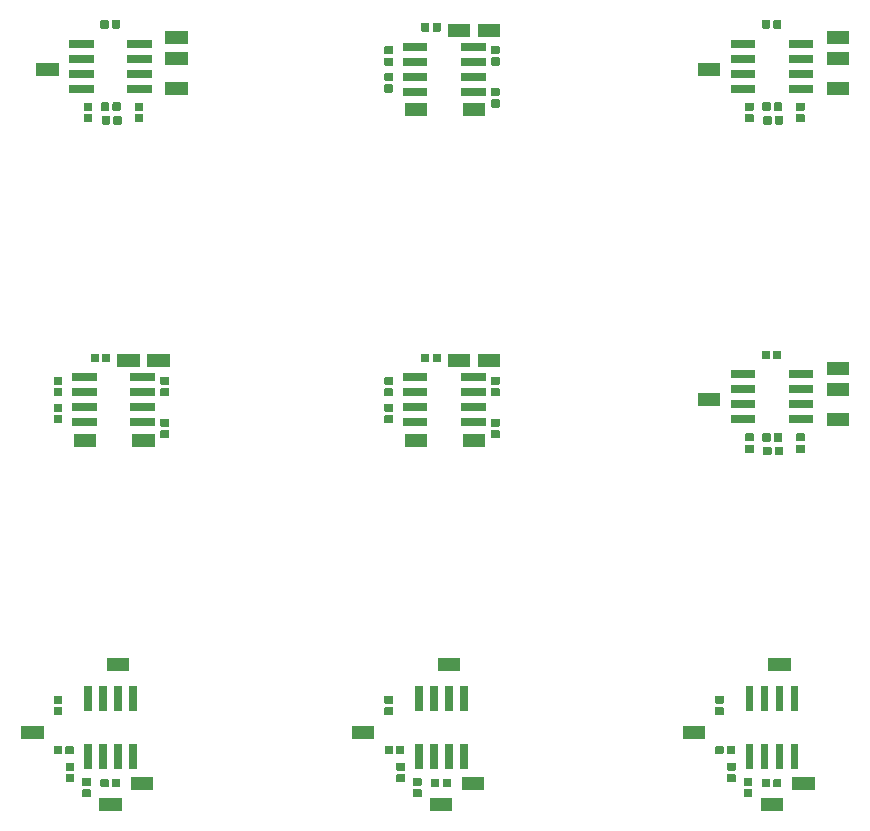
<source format=gts>
%MOIN*%
%OFA0B0*%
%FSLAX46Y46*%
%IPPOS*%
%LPD*%
%ADD10C,0.0039370078740157488*%
%ADD21C,0.0039370078740157488*%
%ADD22C,0.0039370078740157488*%
%ADD23C,0.0039370078740157488*%
%ADD24C,0.0039370078740157488*%
%ADD25C,0.0039370078740157488*%
%ADD26C,0.0039370078740157488*%
%ADD27C,0.0039370078740157488*%
%ADD28C,0.0039370078740157488*%
D10*
G36*
X0000537177Y0000242109D02*
G01*
X0000462295Y0000242109D01*
X0000462295Y0000285495D01*
X0000537177Y0000285495D01*
X0000537177Y0000242109D01*
X0000537177Y0000242109D01*
G37*
G36*
X0000430836Y0000313222D02*
G01*
X0000431648Y0000312976D01*
X0000432396Y0000312577D01*
X0000433052Y0000312038D01*
X0000433590Y0000311383D01*
X0000433989Y0000310635D01*
X0000434236Y0000309823D01*
X0000434343Y0000308737D01*
X0000434343Y0000290677D01*
X0000434236Y0000289592D01*
X0000433989Y0000288780D01*
X0000433590Y0000288032D01*
X0000433052Y0000287376D01*
X0000432396Y0000286838D01*
X0000431648Y0000286439D01*
X0000430836Y0000286192D01*
X0000429750Y0000286085D01*
X0000409722Y0000286085D01*
X0000408636Y0000286192D01*
X0000407825Y0000286439D01*
X0000407077Y0000286838D01*
X0000406421Y0000287376D01*
X0000405883Y0000288032D01*
X0000405483Y0000288780D01*
X0000405237Y0000289592D01*
X0000405130Y0000290677D01*
X0000405130Y0000308737D01*
X0000405237Y0000309823D01*
X0000405483Y0000310635D01*
X0000405883Y0000311383D01*
X0000406421Y0000312038D01*
X0000407077Y0000312577D01*
X0000407825Y0000312976D01*
X0000408636Y0000313222D01*
X0000409722Y0000313329D01*
X0000429750Y0000313329D01*
X0000430836Y0000313222D01*
X0000430836Y0000313222D01*
G37*
G36*
X0000642177Y0000312109D02*
G01*
X0000567295Y0000312109D01*
X0000567295Y0000355495D01*
X0000642177Y0000355495D01*
X0000642177Y0000312109D01*
X0000642177Y0000312109D01*
G37*
G36*
X0000528041Y0000348301D02*
G01*
X0000528853Y0000348055D01*
X0000529601Y0000347655D01*
X0000530256Y0000347117D01*
X0000530794Y0000346461D01*
X0000531194Y0000345714D01*
X0000531440Y0000344902D01*
X0000531547Y0000343816D01*
X0000531547Y0000323788D01*
X0000531440Y0000322702D01*
X0000531194Y0000321890D01*
X0000530794Y0000321142D01*
X0000530256Y0000320487D01*
X0000529601Y0000319948D01*
X0000528853Y0000319549D01*
X0000528041Y0000319302D01*
X0000526955Y0000319196D01*
X0000508895Y0000319196D01*
X0000507810Y0000319302D01*
X0000506998Y0000319549D01*
X0000506250Y0000319948D01*
X0000505594Y0000320487D01*
X0000505056Y0000321142D01*
X0000504656Y0000321890D01*
X0000504410Y0000322702D01*
X0000504303Y0000323788D01*
X0000504303Y0000343816D01*
X0000504410Y0000344902D01*
X0000504656Y0000345714D01*
X0000505056Y0000346461D01*
X0000505594Y0000347117D01*
X0000506250Y0000347655D01*
X0000506998Y0000348055D01*
X0000507810Y0000348301D01*
X0000508895Y0000348408D01*
X0000526955Y0000348408D01*
X0000528041Y0000348301D01*
X0000528041Y0000348301D01*
G37*
G36*
X0000489852Y0000348301D02*
G01*
X0000490664Y0000348055D01*
X0000491412Y0000347655D01*
X0000492067Y0000347117D01*
X0000492605Y0000346461D01*
X0000493005Y0000345714D01*
X0000493251Y0000344902D01*
X0000493358Y0000343816D01*
X0000493358Y0000323788D01*
X0000493251Y0000322702D01*
X0000493005Y0000321890D01*
X0000492605Y0000321142D01*
X0000492067Y0000320487D01*
X0000491412Y0000319948D01*
X0000490664Y0000319549D01*
X0000489852Y0000319302D01*
X0000488766Y0000319196D01*
X0000470706Y0000319196D01*
X0000469621Y0000319302D01*
X0000468809Y0000319549D01*
X0000468061Y0000319948D01*
X0000467405Y0000320487D01*
X0000466867Y0000321142D01*
X0000466467Y0000321890D01*
X0000466221Y0000322702D01*
X0000466114Y0000323788D01*
X0000466114Y0000343816D01*
X0000466221Y0000344902D01*
X0000466467Y0000345714D01*
X0000466867Y0000346461D01*
X0000467405Y0000347117D01*
X0000468061Y0000347655D01*
X0000468809Y0000348055D01*
X0000469621Y0000348301D01*
X0000470706Y0000348408D01*
X0000488766Y0000348408D01*
X0000489852Y0000348301D01*
X0000489852Y0000348301D01*
G37*
G36*
X0000430836Y0000351411D02*
G01*
X0000431648Y0000351165D01*
X0000432396Y0000350765D01*
X0000433052Y0000350227D01*
X0000433590Y0000349572D01*
X0000433989Y0000348824D01*
X0000434236Y0000348012D01*
X0000434343Y0000346926D01*
X0000434343Y0000328866D01*
X0000434236Y0000327781D01*
X0000433989Y0000326969D01*
X0000433590Y0000326221D01*
X0000433052Y0000325565D01*
X0000432396Y0000325027D01*
X0000431648Y0000324627D01*
X0000430836Y0000324381D01*
X0000429750Y0000324274D01*
X0000409722Y0000324274D01*
X0000408636Y0000324381D01*
X0000407825Y0000324627D01*
X0000407077Y0000325027D01*
X0000406421Y0000325565D01*
X0000405883Y0000326221D01*
X0000405483Y0000326969D01*
X0000405237Y0000327781D01*
X0000405130Y0000328866D01*
X0000405130Y0000346926D01*
X0000405237Y0000348012D01*
X0000405483Y0000348824D01*
X0000405883Y0000349572D01*
X0000406421Y0000350227D01*
X0000407077Y0000350765D01*
X0000407825Y0000351165D01*
X0000408636Y0000351411D01*
X0000409722Y0000351518D01*
X0000429750Y0000351518D01*
X0000430836Y0000351411D01*
X0000430836Y0000351411D01*
G37*
G36*
X0000375836Y0000364128D02*
G01*
X0000376648Y0000363882D01*
X0000377396Y0000363482D01*
X0000378052Y0000362944D01*
X0000378590Y0000362288D01*
X0000378989Y0000361540D01*
X0000379236Y0000360729D01*
X0000379343Y0000359643D01*
X0000379343Y0000341583D01*
X0000379236Y0000340497D01*
X0000378989Y0000339685D01*
X0000378590Y0000338938D01*
X0000378052Y0000338282D01*
X0000377396Y0000337744D01*
X0000376648Y0000337344D01*
X0000375836Y0000337098D01*
X0000374750Y0000336991D01*
X0000354722Y0000336991D01*
X0000353636Y0000337098D01*
X0000352825Y0000337344D01*
X0000352077Y0000337744D01*
X0000351421Y0000338282D01*
X0000350883Y0000338938D01*
X0000350483Y0000339685D01*
X0000350237Y0000340497D01*
X0000350130Y0000341583D01*
X0000350130Y0000359643D01*
X0000350237Y0000360729D01*
X0000350483Y0000361540D01*
X0000350883Y0000362288D01*
X0000351421Y0000362944D01*
X0000352077Y0000363482D01*
X0000352825Y0000363882D01*
X0000353636Y0000364128D01*
X0000354722Y0000364235D01*
X0000374750Y0000364235D01*
X0000375836Y0000364128D01*
X0000375836Y0000364128D01*
G37*
G36*
X0000375836Y0000402317D02*
G01*
X0000376648Y0000402071D01*
X0000377396Y0000401671D01*
X0000378052Y0000401133D01*
X0000378590Y0000400477D01*
X0000378989Y0000399729D01*
X0000379236Y0000398918D01*
X0000379343Y0000397832D01*
X0000379343Y0000379772D01*
X0000379236Y0000378686D01*
X0000378989Y0000377874D01*
X0000378590Y0000377127D01*
X0000378052Y0000376471D01*
X0000377396Y0000375933D01*
X0000376648Y0000375533D01*
X0000375836Y0000375287D01*
X0000374750Y0000375180D01*
X0000354722Y0000375180D01*
X0000353636Y0000375287D01*
X0000352825Y0000375533D01*
X0000352077Y0000375933D01*
X0000351421Y0000376471D01*
X0000350883Y0000377127D01*
X0000350483Y0000377874D01*
X0000350237Y0000378686D01*
X0000350130Y0000379772D01*
X0000350130Y0000397832D01*
X0000350237Y0000398918D01*
X0000350483Y0000399729D01*
X0000350883Y0000400477D01*
X0000351421Y0000401133D01*
X0000352077Y0000401671D01*
X0000352825Y0000402071D01*
X0000353636Y0000402317D01*
X0000354722Y0000402424D01*
X0000374750Y0000402424D01*
X0000375836Y0000402317D01*
X0000375836Y0000402317D01*
G37*
G36*
X0000437744Y0000380794D02*
G01*
X0000411728Y0000380794D01*
X0000411728Y0000462810D01*
X0000437744Y0000462810D01*
X0000437744Y0000380794D01*
X0000437744Y0000380794D01*
G37*
G36*
X0000487744Y0000380794D02*
G01*
X0000461728Y0000380794D01*
X0000461728Y0000462810D01*
X0000487744Y0000462810D01*
X0000487744Y0000380794D01*
X0000487744Y0000380794D01*
G37*
G36*
X0000537744Y0000380794D02*
G01*
X0000511728Y0000380794D01*
X0000511728Y0000462810D01*
X0000537744Y0000462810D01*
X0000537744Y0000380794D01*
X0000537744Y0000380794D01*
G37*
G36*
X0000587744Y0000380794D02*
G01*
X0000561728Y0000380794D01*
X0000561728Y0000462810D01*
X0000587744Y0000462810D01*
X0000587744Y0000380794D01*
X0000587744Y0000380794D01*
G37*
G36*
X0000334852Y0000458301D02*
G01*
X0000335664Y0000458055D01*
X0000336412Y0000457655D01*
X0000337067Y0000457117D01*
X0000337605Y0000456461D01*
X0000338005Y0000455714D01*
X0000338251Y0000454902D01*
X0000338358Y0000453816D01*
X0000338358Y0000433788D01*
X0000338251Y0000432702D01*
X0000338005Y0000431890D01*
X0000337605Y0000431142D01*
X0000337067Y0000430487D01*
X0000336412Y0000429948D01*
X0000335664Y0000429549D01*
X0000334852Y0000429302D01*
X0000333766Y0000429196D01*
X0000315706Y0000429196D01*
X0000314621Y0000429302D01*
X0000313809Y0000429549D01*
X0000313061Y0000429948D01*
X0000312405Y0000430487D01*
X0000311867Y0000431142D01*
X0000311467Y0000431890D01*
X0000311221Y0000432702D01*
X0000311114Y0000433788D01*
X0000311114Y0000453816D01*
X0000311221Y0000454902D01*
X0000311467Y0000455714D01*
X0000311867Y0000456461D01*
X0000312405Y0000457117D01*
X0000313061Y0000457655D01*
X0000313809Y0000458055D01*
X0000314621Y0000458301D01*
X0000315706Y0000458408D01*
X0000333766Y0000458408D01*
X0000334852Y0000458301D01*
X0000334852Y0000458301D01*
G37*
G36*
X0000373041Y0000458301D02*
G01*
X0000373853Y0000458055D01*
X0000374601Y0000457655D01*
X0000375256Y0000457117D01*
X0000375794Y0000456461D01*
X0000376194Y0000455714D01*
X0000376440Y0000454902D01*
X0000376547Y0000453816D01*
X0000376547Y0000433788D01*
X0000376440Y0000432702D01*
X0000376194Y0000431890D01*
X0000375794Y0000431142D01*
X0000375256Y0000430487D01*
X0000374601Y0000429948D01*
X0000373853Y0000429549D01*
X0000373041Y0000429302D01*
X0000371955Y0000429196D01*
X0000353895Y0000429196D01*
X0000352810Y0000429302D01*
X0000351998Y0000429549D01*
X0000351250Y0000429948D01*
X0000350594Y0000430487D01*
X0000350056Y0000431142D01*
X0000349656Y0000431890D01*
X0000349410Y0000432702D01*
X0000349303Y0000433788D01*
X0000349303Y0000453816D01*
X0000349410Y0000454902D01*
X0000349656Y0000455714D01*
X0000350056Y0000456461D01*
X0000350594Y0000457117D01*
X0000351250Y0000457655D01*
X0000351998Y0000458055D01*
X0000352810Y0000458301D01*
X0000353895Y0000458408D01*
X0000371955Y0000458408D01*
X0000373041Y0000458301D01*
X0000373041Y0000458301D01*
G37*
G36*
X0000277177Y0000482109D02*
G01*
X0000202295Y0000482109D01*
X0000202295Y0000525495D01*
X0000277177Y0000525495D01*
X0000277177Y0000482109D01*
X0000277177Y0000482109D01*
G37*
G36*
X0000335836Y0000587317D02*
G01*
X0000336648Y0000587071D01*
X0000337396Y0000586671D01*
X0000338052Y0000586133D01*
X0000338590Y0000585477D01*
X0000338989Y0000584729D01*
X0000339236Y0000583918D01*
X0000339343Y0000582832D01*
X0000339343Y0000564772D01*
X0000339236Y0000563686D01*
X0000338989Y0000562874D01*
X0000338590Y0000562127D01*
X0000338052Y0000561471D01*
X0000337396Y0000560933D01*
X0000336648Y0000560533D01*
X0000335836Y0000560287D01*
X0000334750Y0000560180D01*
X0000314722Y0000560180D01*
X0000313636Y0000560287D01*
X0000312825Y0000560533D01*
X0000312077Y0000560933D01*
X0000311421Y0000561471D01*
X0000310883Y0000562127D01*
X0000310483Y0000562874D01*
X0000310237Y0000563686D01*
X0000310130Y0000564772D01*
X0000310130Y0000582832D01*
X0000310237Y0000583918D01*
X0000310483Y0000584729D01*
X0000310883Y0000585477D01*
X0000311421Y0000586133D01*
X0000312077Y0000586671D01*
X0000312825Y0000587071D01*
X0000313636Y0000587317D01*
X0000314722Y0000587424D01*
X0000334750Y0000587424D01*
X0000335836Y0000587317D01*
X0000335836Y0000587317D01*
G37*
G36*
X0000487744Y0000574794D02*
G01*
X0000461728Y0000574794D01*
X0000461728Y0000656810D01*
X0000487744Y0000656810D01*
X0000487744Y0000574794D01*
X0000487744Y0000574794D01*
G37*
G36*
X0000587744Y0000574794D02*
G01*
X0000561728Y0000574794D01*
X0000561728Y0000656810D01*
X0000587744Y0000656810D01*
X0000587744Y0000574794D01*
X0000587744Y0000574794D01*
G37*
G36*
X0000537744Y0000574794D02*
G01*
X0000511728Y0000574794D01*
X0000511728Y0000656810D01*
X0000537744Y0000656810D01*
X0000537744Y0000574794D01*
X0000537744Y0000574794D01*
G37*
G36*
X0000437744Y0000574794D02*
G01*
X0000411728Y0000574794D01*
X0000411728Y0000656810D01*
X0000437744Y0000656810D01*
X0000437744Y0000574794D01*
X0000437744Y0000574794D01*
G37*
G36*
X0000335836Y0000625506D02*
G01*
X0000336648Y0000625260D01*
X0000337396Y0000624860D01*
X0000338052Y0000624322D01*
X0000338590Y0000623666D01*
X0000338989Y0000622918D01*
X0000339236Y0000622107D01*
X0000339343Y0000621021D01*
X0000339343Y0000602961D01*
X0000339236Y0000601875D01*
X0000338989Y0000601063D01*
X0000338590Y0000600316D01*
X0000338052Y0000599660D01*
X0000337396Y0000599122D01*
X0000336648Y0000598722D01*
X0000335836Y0000598476D01*
X0000334750Y0000598369D01*
X0000314722Y0000598369D01*
X0000313636Y0000598476D01*
X0000312825Y0000598722D01*
X0000312077Y0000599122D01*
X0000311421Y0000599660D01*
X0000310883Y0000600316D01*
X0000310483Y0000601063D01*
X0000310237Y0000601875D01*
X0000310130Y0000602961D01*
X0000310130Y0000621021D01*
X0000310237Y0000622107D01*
X0000310483Y0000622918D01*
X0000310883Y0000623666D01*
X0000311421Y0000624322D01*
X0000312077Y0000624860D01*
X0000312825Y0000625260D01*
X0000313636Y0000625506D01*
X0000314722Y0000625613D01*
X0000334750Y0000625613D01*
X0000335836Y0000625506D01*
X0000335836Y0000625506D01*
G37*
G36*
X0000562177Y0000707109D02*
G01*
X0000487295Y0000707109D01*
X0000487295Y0000750495D01*
X0000562177Y0000750495D01*
X0000562177Y0000707109D01*
X0000562177Y0000707109D01*
G37*
G04 next file*
G04 #@! TF.GenerationSoftware,KiCad,Pcbnew,(5.1.2)-2*
G04 #@! TF.CreationDate,2019-08-09T02:38:33-07:00*
G04 #@! TF.ProjectId,noncontact_electrode,6e6f6e63-6f6e-4746-9163-745f656c6563,rev?*
G04 #@! TF.SameCoordinates,Original*
G04 #@! TF.FileFunction,Soldermask,Top*
G04 #@! TF.FilePolarity,Negative*
G04 Gerber Fmt 4.6, Leading zero omitted, Abs format (unit mm)*
G04 Created by KiCad (PCBNEW (5.1.2)-2) date 2019-08-09 02:38:33*
G04 APERTURE LIST*
G04 APERTURE END LIST*
D21*
G36*
X0000647177Y0001454438D02*
G01*
X0000572295Y0001454438D01*
X0000572295Y0001497824D01*
X0000647177Y0001497824D01*
X0000647177Y0001454438D01*
X0000647177Y0001454438D01*
G37*
G36*
X0000452177Y0001454438D02*
G01*
X0000377295Y0001454438D01*
X0000377295Y0001497824D01*
X0000452177Y0001497824D01*
X0000452177Y0001454438D01*
X0000452177Y0001454438D01*
G37*
G36*
X0000690836Y0001510551D02*
G01*
X0000691648Y0001510305D01*
X0000692396Y0001509905D01*
X0000693052Y0001509367D01*
X0000693590Y0001508712D01*
X0000693989Y0001507964D01*
X0000694236Y0001507152D01*
X0000694343Y0001506066D01*
X0000694343Y0001488006D01*
X0000694236Y0001486921D01*
X0000693989Y0001486109D01*
X0000693590Y0001485361D01*
X0000693052Y0001484705D01*
X0000692396Y0001484167D01*
X0000691648Y0001483767D01*
X0000690836Y0001483521D01*
X0000689750Y0001483414D01*
X0000669722Y0001483414D01*
X0000668636Y0001483521D01*
X0000667825Y0001483767D01*
X0000667077Y0001484167D01*
X0000666421Y0001484705D01*
X0000665883Y0001485361D01*
X0000665483Y0001486109D01*
X0000665237Y0001486921D01*
X0000665130Y0001488006D01*
X0000665130Y0001506066D01*
X0000665237Y0001507152D01*
X0000665483Y0001507964D01*
X0000665883Y0001508712D01*
X0000666421Y0001509367D01*
X0000667077Y0001509905D01*
X0000667825Y0001510305D01*
X0000668636Y0001510551D01*
X0000669722Y0001510658D01*
X0000689750Y0001510658D01*
X0000690836Y0001510551D01*
X0000690836Y0001510551D01*
G37*
G36*
X0000690836Y0001548740D02*
G01*
X0000691648Y0001548494D01*
X0000692396Y0001548094D01*
X0000693052Y0001547556D01*
X0000693590Y0001546901D01*
X0000693989Y0001546153D01*
X0000694236Y0001545341D01*
X0000694343Y0001544255D01*
X0000694343Y0001526195D01*
X0000694236Y0001525110D01*
X0000693989Y0001524298D01*
X0000693590Y0001523550D01*
X0000693052Y0001522894D01*
X0000692396Y0001522356D01*
X0000691648Y0001521956D01*
X0000690836Y0001521710D01*
X0000689750Y0001521603D01*
X0000669722Y0001521603D01*
X0000668636Y0001521710D01*
X0000667825Y0001521956D01*
X0000667077Y0001522356D01*
X0000666421Y0001522894D01*
X0000665883Y0001523550D01*
X0000665483Y0001524298D01*
X0000665237Y0001525110D01*
X0000665130Y0001526195D01*
X0000665130Y0001544255D01*
X0000665237Y0001545341D01*
X0000665483Y0001546153D01*
X0000665883Y0001546901D01*
X0000666421Y0001547556D01*
X0000667077Y0001548094D01*
X0000667825Y0001548494D01*
X0000668636Y0001548740D01*
X0000669722Y0001548847D01*
X0000689750Y0001548847D01*
X0000690836Y0001548740D01*
X0000690836Y0001548740D01*
G37*
G36*
X0000647744Y0001523123D02*
G01*
X0000565728Y0001523123D01*
X0000565728Y0001549139D01*
X0000647744Y0001549139D01*
X0000647744Y0001523123D01*
X0000647744Y0001523123D01*
G37*
G36*
X0000453744Y0001523123D02*
G01*
X0000371728Y0001523123D01*
X0000371728Y0001549139D01*
X0000453744Y0001549139D01*
X0000453744Y0001523123D01*
X0000453744Y0001523123D01*
G37*
G36*
X0000335836Y0001560551D02*
G01*
X0000336648Y0001560305D01*
X0000337396Y0001559905D01*
X0000338052Y0001559367D01*
X0000338590Y0001558712D01*
X0000338989Y0001557964D01*
X0000339236Y0001557152D01*
X0000339343Y0001556066D01*
X0000339343Y0001538006D01*
X0000339236Y0001536921D01*
X0000338989Y0001536109D01*
X0000338590Y0001535361D01*
X0000338052Y0001534705D01*
X0000337396Y0001534167D01*
X0000336648Y0001533767D01*
X0000335836Y0001533521D01*
X0000334750Y0001533414D01*
X0000314722Y0001533414D01*
X0000313636Y0001533521D01*
X0000312825Y0001533767D01*
X0000312077Y0001534167D01*
X0000311421Y0001534705D01*
X0000310883Y0001535361D01*
X0000310483Y0001536109D01*
X0000310237Y0001536921D01*
X0000310130Y0001538006D01*
X0000310130Y0001556066D01*
X0000310237Y0001557152D01*
X0000310483Y0001557964D01*
X0000310883Y0001558712D01*
X0000311421Y0001559367D01*
X0000312077Y0001559905D01*
X0000312825Y0001560305D01*
X0000313636Y0001560551D01*
X0000314722Y0001560658D01*
X0000334750Y0001560658D01*
X0000335836Y0001560551D01*
X0000335836Y0001560551D01*
G37*
G36*
X0000335836Y0001598740D02*
G01*
X0000336648Y0001598494D01*
X0000337396Y0001598094D01*
X0000338052Y0001597556D01*
X0000338590Y0001596901D01*
X0000338989Y0001596153D01*
X0000339236Y0001595341D01*
X0000339343Y0001594255D01*
X0000339343Y0001576195D01*
X0000339236Y0001575110D01*
X0000338989Y0001574298D01*
X0000338590Y0001573550D01*
X0000338052Y0001572894D01*
X0000337396Y0001572356D01*
X0000336648Y0001571956D01*
X0000335836Y0001571710D01*
X0000334750Y0001571603D01*
X0000314722Y0001571603D01*
X0000313636Y0001571710D01*
X0000312825Y0001571956D01*
X0000312077Y0001572356D01*
X0000311421Y0001572894D01*
X0000310883Y0001573550D01*
X0000310483Y0001574298D01*
X0000310237Y0001575110D01*
X0000310130Y0001576195D01*
X0000310130Y0001594255D01*
X0000310237Y0001595341D01*
X0000310483Y0001596153D01*
X0000310883Y0001596901D01*
X0000311421Y0001597556D01*
X0000312077Y0001598094D01*
X0000312825Y0001598494D01*
X0000313636Y0001598740D01*
X0000314722Y0001598847D01*
X0000334750Y0001598847D01*
X0000335836Y0001598740D01*
X0000335836Y0001598740D01*
G37*
G36*
X0000453744Y0001573123D02*
G01*
X0000371728Y0001573123D01*
X0000371728Y0001599139D01*
X0000453744Y0001599139D01*
X0000453744Y0001573123D01*
X0000453744Y0001573123D01*
G37*
G36*
X0000647744Y0001573123D02*
G01*
X0000565728Y0001573123D01*
X0000565728Y0001599139D01*
X0000647744Y0001599139D01*
X0000647744Y0001573123D01*
X0000647744Y0001573123D01*
G37*
G36*
X0000335836Y0001649646D02*
G01*
X0000336648Y0001649400D01*
X0000337396Y0001649000D01*
X0000338052Y0001648462D01*
X0000338590Y0001647806D01*
X0000338989Y0001647058D01*
X0000339236Y0001646246D01*
X0000339343Y0001645161D01*
X0000339343Y0001627101D01*
X0000339236Y0001626015D01*
X0000338989Y0001625203D01*
X0000338590Y0001624455D01*
X0000338052Y0001623800D01*
X0000337396Y0001623262D01*
X0000336648Y0001622862D01*
X0000335836Y0001622616D01*
X0000334750Y0001622509D01*
X0000314722Y0001622509D01*
X0000313636Y0001622616D01*
X0000312825Y0001622862D01*
X0000312077Y0001623262D01*
X0000311421Y0001623800D01*
X0000310883Y0001624455D01*
X0000310483Y0001625203D01*
X0000310237Y0001626015D01*
X0000310130Y0001627101D01*
X0000310130Y0001645161D01*
X0000310237Y0001646246D01*
X0000310483Y0001647058D01*
X0000310883Y0001647806D01*
X0000311421Y0001648462D01*
X0000312077Y0001649000D01*
X0000312825Y0001649400D01*
X0000313636Y0001649646D01*
X0000314722Y0001649753D01*
X0000334750Y0001649753D01*
X0000335836Y0001649646D01*
X0000335836Y0001649646D01*
G37*
G36*
X0000647744Y0001623123D02*
G01*
X0000565728Y0001623123D01*
X0000565728Y0001649139D01*
X0000647744Y0001649139D01*
X0000647744Y0001623123D01*
X0000647744Y0001623123D01*
G37*
G36*
X0000453744Y0001623123D02*
G01*
X0000371728Y0001623123D01*
X0000371728Y0001649139D01*
X0000453744Y0001649139D01*
X0000453744Y0001623123D01*
X0000453744Y0001623123D01*
G37*
G36*
X0000690836Y0001650551D02*
G01*
X0000691648Y0001650305D01*
X0000692396Y0001649905D01*
X0000693052Y0001649367D01*
X0000693590Y0001648712D01*
X0000693989Y0001647964D01*
X0000694236Y0001647152D01*
X0000694343Y0001646066D01*
X0000694343Y0001628006D01*
X0000694236Y0001626921D01*
X0000693989Y0001626109D01*
X0000693590Y0001625361D01*
X0000693052Y0001624705D01*
X0000692396Y0001624167D01*
X0000691648Y0001623767D01*
X0000690836Y0001623521D01*
X0000689750Y0001623414D01*
X0000669722Y0001623414D01*
X0000668636Y0001623521D01*
X0000667825Y0001623767D01*
X0000667077Y0001624167D01*
X0000666421Y0001624705D01*
X0000665883Y0001625361D01*
X0000665483Y0001626109D01*
X0000665237Y0001626921D01*
X0000665130Y0001628006D01*
X0000665130Y0001646066D01*
X0000665237Y0001647152D01*
X0000665483Y0001647964D01*
X0000665883Y0001648712D01*
X0000666421Y0001649367D01*
X0000667077Y0001649905D01*
X0000667825Y0001650305D01*
X0000668636Y0001650551D01*
X0000669722Y0001650658D01*
X0000689750Y0001650658D01*
X0000690836Y0001650551D01*
X0000690836Y0001650551D01*
G37*
G36*
X0000335836Y0001687835D02*
G01*
X0000336648Y0001687589D01*
X0000337396Y0001687189D01*
X0000338052Y0001686651D01*
X0000338590Y0001685995D01*
X0000338989Y0001685247D01*
X0000339236Y0001684435D01*
X0000339343Y0001683350D01*
X0000339343Y0001665290D01*
X0000339236Y0001664204D01*
X0000338989Y0001663392D01*
X0000338590Y0001662644D01*
X0000338052Y0001661989D01*
X0000337396Y0001661451D01*
X0000336648Y0001661051D01*
X0000335836Y0001660805D01*
X0000334750Y0001660698D01*
X0000314722Y0001660698D01*
X0000313636Y0001660805D01*
X0000312825Y0001661051D01*
X0000312077Y0001661451D01*
X0000311421Y0001661989D01*
X0000310883Y0001662644D01*
X0000310483Y0001663392D01*
X0000310237Y0001664204D01*
X0000310130Y0001665290D01*
X0000310130Y0001683350D01*
X0000310237Y0001684435D01*
X0000310483Y0001685247D01*
X0000310883Y0001685995D01*
X0000311421Y0001686651D01*
X0000312077Y0001687189D01*
X0000312825Y0001687589D01*
X0000313636Y0001687835D01*
X0000314722Y0001687942D01*
X0000334750Y0001687942D01*
X0000335836Y0001687835D01*
X0000335836Y0001687835D01*
G37*
G36*
X0000690836Y0001688740D02*
G01*
X0000691648Y0001688494D01*
X0000692396Y0001688094D01*
X0000693052Y0001687556D01*
X0000693590Y0001686901D01*
X0000693989Y0001686153D01*
X0000694236Y0001685341D01*
X0000694343Y0001684255D01*
X0000694343Y0001666195D01*
X0000694236Y0001665110D01*
X0000693989Y0001664298D01*
X0000693590Y0001663550D01*
X0000693052Y0001662894D01*
X0000692396Y0001662356D01*
X0000691648Y0001661956D01*
X0000690836Y0001661710D01*
X0000689750Y0001661603D01*
X0000669722Y0001661603D01*
X0000668636Y0001661710D01*
X0000667825Y0001661956D01*
X0000667077Y0001662356D01*
X0000666421Y0001662894D01*
X0000665883Y0001663550D01*
X0000665483Y0001664298D01*
X0000665237Y0001665110D01*
X0000665130Y0001666195D01*
X0000665130Y0001684255D01*
X0000665237Y0001685341D01*
X0000665483Y0001686153D01*
X0000665883Y0001686901D01*
X0000666421Y0001687556D01*
X0000667077Y0001688094D01*
X0000667825Y0001688494D01*
X0000668636Y0001688740D01*
X0000669722Y0001688847D01*
X0000689750Y0001688847D01*
X0000690836Y0001688740D01*
X0000690836Y0001688740D01*
G37*
G36*
X0000647744Y0001673123D02*
G01*
X0000565728Y0001673123D01*
X0000565728Y0001699139D01*
X0000647744Y0001699139D01*
X0000647744Y0001673123D01*
X0000647744Y0001673123D01*
G37*
G36*
X0000453744Y0001673123D02*
G01*
X0000371728Y0001673123D01*
X0000371728Y0001699139D01*
X0000453744Y0001699139D01*
X0000453744Y0001673123D01*
X0000453744Y0001673123D01*
G37*
G36*
X0000597177Y0001719438D02*
G01*
X0000522295Y0001719438D01*
X0000522295Y0001762824D01*
X0000597177Y0001762824D01*
X0000597177Y0001719438D01*
X0000597177Y0001719438D01*
G37*
G36*
X0000697177Y0001719438D02*
G01*
X0000622295Y0001719438D01*
X0000622295Y0001762824D01*
X0000697177Y0001762824D01*
X0000697177Y0001719438D01*
X0000697177Y0001719438D01*
G37*
G36*
X0000456663Y0001765630D02*
G01*
X0000457475Y0001765384D01*
X0000458223Y0001764984D01*
X0000458878Y0001764446D01*
X0000459416Y0001763790D01*
X0000459816Y0001763042D01*
X0000460062Y0001762231D01*
X0000460169Y0001761145D01*
X0000460169Y0001741117D01*
X0000460062Y0001740031D01*
X0000459816Y0001739219D01*
X0000459416Y0001738471D01*
X0000458878Y0001737815D01*
X0000458223Y0001737277D01*
X0000457475Y0001736878D01*
X0000456663Y0001736631D01*
X0000455577Y0001736524D01*
X0000437517Y0001736524D01*
X0000436432Y0001736631D01*
X0000435620Y0001736878D01*
X0000434872Y0001737277D01*
X0000434216Y0001737815D01*
X0000433678Y0001738471D01*
X0000433278Y0001739219D01*
X0000433032Y0001740031D01*
X0000432925Y0001741117D01*
X0000432925Y0001761145D01*
X0000433032Y0001762231D01*
X0000433278Y0001763042D01*
X0000433678Y0001763790D01*
X0000434216Y0001764446D01*
X0000434872Y0001764984D01*
X0000435620Y0001765384D01*
X0000436432Y0001765630D01*
X0000437517Y0001765737D01*
X0000455577Y0001765737D01*
X0000456663Y0001765630D01*
X0000456663Y0001765630D01*
G37*
G36*
X0000494852Y0001765630D02*
G01*
X0000495664Y0001765384D01*
X0000496412Y0001764984D01*
X0000497067Y0001764446D01*
X0000497605Y0001763790D01*
X0000498005Y0001763042D01*
X0000498251Y0001762231D01*
X0000498358Y0001761145D01*
X0000498358Y0001741117D01*
X0000498251Y0001740031D01*
X0000498005Y0001739219D01*
X0000497605Y0001738471D01*
X0000497067Y0001737815D01*
X0000496412Y0001737277D01*
X0000495664Y0001736878D01*
X0000494852Y0001736631D01*
X0000493766Y0001736524D01*
X0000475706Y0001736524D01*
X0000474621Y0001736631D01*
X0000473809Y0001736878D01*
X0000473061Y0001737277D01*
X0000472405Y0001737815D01*
X0000471867Y0001738471D01*
X0000471467Y0001739219D01*
X0000471221Y0001740031D01*
X0000471114Y0001741117D01*
X0000471114Y0001761145D01*
X0000471221Y0001762231D01*
X0000471467Y0001763042D01*
X0000471867Y0001763790D01*
X0000472405Y0001764446D01*
X0000473061Y0001764984D01*
X0000473809Y0001765384D01*
X0000474621Y0001765630D01*
X0000475706Y0001765737D01*
X0000493766Y0001765737D01*
X0000494852Y0001765630D01*
X0000494852Y0001765630D01*
G37*
G04 next file*
G04 #@! TF.GenerationSoftware,KiCad,Pcbnew,(5.1.2)-2*
G04 #@! TF.CreationDate,2019-08-09T02:41:05-07:00*
G04 #@! TF.ProjectId,noncontact_electrode,6e6f6e63-6f6e-4746-9163-745f656c6563,rev?*
G04 #@! TF.SameCoordinates,Original*
G04 #@! TF.FileFunction,Soldermask,Top*
G04 #@! TF.FilePolarity,Negative*
G04 Gerber Fmt 4.6, Leading zero omitted, Abs format (unit mm)*
G04 Created by KiCad (PCBNEW (5.1.2)-2) date 2019-08-09 02:41:05*
G04 APERTURE LIST*
G04 APERTURE END LIST*
D22*
G36*
X0000533041Y0002557959D02*
G01*
X0000533853Y0002557713D01*
X0000534601Y0002557313D01*
X0000535256Y0002556775D01*
X0000535794Y0002556119D01*
X0000536194Y0002555372D01*
X0000536440Y0002554560D01*
X0000536547Y0002553474D01*
X0000536547Y0002533446D01*
X0000536440Y0002532360D01*
X0000536194Y0002531548D01*
X0000535794Y0002530800D01*
X0000535256Y0002530145D01*
X0000534601Y0002529607D01*
X0000533853Y0002529207D01*
X0000533041Y0002528961D01*
X0000531955Y0002528854D01*
X0000513895Y0002528854D01*
X0000512810Y0002528961D01*
X0000511998Y0002529207D01*
X0000511250Y0002529607D01*
X0000510594Y0002530145D01*
X0000510056Y0002530800D01*
X0000509656Y0002531548D01*
X0000509410Y0002532360D01*
X0000509303Y0002533446D01*
X0000509303Y0002553474D01*
X0000509410Y0002554560D01*
X0000509656Y0002555372D01*
X0000510056Y0002556119D01*
X0000510594Y0002556775D01*
X0000511250Y0002557313D01*
X0000511998Y0002557713D01*
X0000512810Y0002557959D01*
X0000513895Y0002558066D01*
X0000531955Y0002558066D01*
X0000533041Y0002557959D01*
X0000533041Y0002557959D01*
G37*
G36*
X0000494852Y0002557959D02*
G01*
X0000495664Y0002557713D01*
X0000496412Y0002557313D01*
X0000497067Y0002556775D01*
X0000497605Y0002556119D01*
X0000498005Y0002555372D01*
X0000498251Y0002554560D01*
X0000498358Y0002553474D01*
X0000498358Y0002533446D01*
X0000498251Y0002532360D01*
X0000498005Y0002531548D01*
X0000497605Y0002530800D01*
X0000497067Y0002530145D01*
X0000496412Y0002529607D01*
X0000495664Y0002529207D01*
X0000494852Y0002528961D01*
X0000493766Y0002528854D01*
X0000475706Y0002528854D01*
X0000474621Y0002528961D01*
X0000473809Y0002529207D01*
X0000473061Y0002529607D01*
X0000472405Y0002530145D01*
X0000471867Y0002530800D01*
X0000471467Y0002531548D01*
X0000471221Y0002532360D01*
X0000471114Y0002533446D01*
X0000471114Y0002553474D01*
X0000471221Y0002554560D01*
X0000471467Y0002555372D01*
X0000471867Y0002556119D01*
X0000472405Y0002556775D01*
X0000473061Y0002557313D01*
X0000473809Y0002557713D01*
X0000474621Y0002557959D01*
X0000475706Y0002558066D01*
X0000493766Y0002558066D01*
X0000494852Y0002557959D01*
X0000494852Y0002557959D01*
G37*
G36*
X0000605836Y0002563786D02*
G01*
X0000606648Y0002563540D01*
X0000607396Y0002563140D01*
X0000608052Y0002562602D01*
X0000608590Y0002561946D01*
X0000608989Y0002561198D01*
X0000609236Y0002560387D01*
X0000609343Y0002559301D01*
X0000609343Y0002541241D01*
X0000609236Y0002540155D01*
X0000608989Y0002539343D01*
X0000608590Y0002538596D01*
X0000608052Y0002537940D01*
X0000607396Y0002537402D01*
X0000606648Y0002537002D01*
X0000605836Y0002536756D01*
X0000604750Y0002536649D01*
X0000584722Y0002536649D01*
X0000583636Y0002536756D01*
X0000582825Y0002537002D01*
X0000582077Y0002537402D01*
X0000581421Y0002537940D01*
X0000580883Y0002538596D01*
X0000580483Y0002539343D01*
X0000580237Y0002540155D01*
X0000580130Y0002541241D01*
X0000580130Y0002559301D01*
X0000580237Y0002560387D01*
X0000580483Y0002561198D01*
X0000580883Y0002561946D01*
X0000581421Y0002562602D01*
X0000582077Y0002563140D01*
X0000582825Y0002563540D01*
X0000583636Y0002563786D01*
X0000584722Y0002563893D01*
X0000604750Y0002563893D01*
X0000605836Y0002563786D01*
X0000605836Y0002563786D01*
G37*
G36*
X0000435836Y0002563786D02*
G01*
X0000436648Y0002563540D01*
X0000437396Y0002563140D01*
X0000438052Y0002562602D01*
X0000438590Y0002561946D01*
X0000438989Y0002561198D01*
X0000439236Y0002560387D01*
X0000439343Y0002559301D01*
X0000439343Y0002541241D01*
X0000439236Y0002540155D01*
X0000438989Y0002539343D01*
X0000438590Y0002538596D01*
X0000438052Y0002537940D01*
X0000437396Y0002537402D01*
X0000436648Y0002537002D01*
X0000435836Y0002536756D01*
X0000434750Y0002536649D01*
X0000414722Y0002536649D01*
X0000413636Y0002536756D01*
X0000412825Y0002537002D01*
X0000412077Y0002537402D01*
X0000411421Y0002537940D01*
X0000410883Y0002538596D01*
X0000410483Y0002539343D01*
X0000410237Y0002540155D01*
X0000410130Y0002541241D01*
X0000410130Y0002559301D01*
X0000410237Y0002560387D01*
X0000410483Y0002561198D01*
X0000410883Y0002561946D01*
X0000411421Y0002562602D01*
X0000412077Y0002563140D01*
X0000412825Y0002563540D01*
X0000413636Y0002563786D01*
X0000414722Y0002563893D01*
X0000434750Y0002563893D01*
X0000435836Y0002563786D01*
X0000435836Y0002563786D01*
G37*
G36*
X0000529852Y0002602959D02*
G01*
X0000530664Y0002602713D01*
X0000531412Y0002602313D01*
X0000532067Y0002601775D01*
X0000532605Y0002601119D01*
X0000533005Y0002600372D01*
X0000533251Y0002599560D01*
X0000533358Y0002598474D01*
X0000533358Y0002578446D01*
X0000533251Y0002577360D01*
X0000533005Y0002576548D01*
X0000532605Y0002575800D01*
X0000532067Y0002575145D01*
X0000531412Y0002574607D01*
X0000530664Y0002574207D01*
X0000529852Y0002573961D01*
X0000528766Y0002573854D01*
X0000510706Y0002573854D01*
X0000509621Y0002573961D01*
X0000508809Y0002574207D01*
X0000508061Y0002574607D01*
X0000507405Y0002575145D01*
X0000506867Y0002575800D01*
X0000506467Y0002576548D01*
X0000506221Y0002577360D01*
X0000506114Y0002578446D01*
X0000506114Y0002598474D01*
X0000506221Y0002599560D01*
X0000506467Y0002600372D01*
X0000506867Y0002601119D01*
X0000507405Y0002601775D01*
X0000508061Y0002602313D01*
X0000508809Y0002602713D01*
X0000509621Y0002602959D01*
X0000510706Y0002603066D01*
X0000528766Y0002603066D01*
X0000529852Y0002602959D01*
X0000529852Y0002602959D01*
G37*
G36*
X0000491663Y0002602959D02*
G01*
X0000492475Y0002602713D01*
X0000493223Y0002602313D01*
X0000493878Y0002601775D01*
X0000494416Y0002601119D01*
X0000494816Y0002600372D01*
X0000495062Y0002599560D01*
X0000495169Y0002598474D01*
X0000495169Y0002578446D01*
X0000495062Y0002577360D01*
X0000494816Y0002576548D01*
X0000494416Y0002575800D01*
X0000493878Y0002575145D01*
X0000493223Y0002574607D01*
X0000492475Y0002574207D01*
X0000491663Y0002573961D01*
X0000490577Y0002573854D01*
X0000472517Y0002573854D01*
X0000471432Y0002573961D01*
X0000470620Y0002574207D01*
X0000469872Y0002574607D01*
X0000469216Y0002575145D01*
X0000468678Y0002575800D01*
X0000468278Y0002576548D01*
X0000468032Y0002577360D01*
X0000467925Y0002578446D01*
X0000467925Y0002598474D01*
X0000468032Y0002599560D01*
X0000468278Y0002600372D01*
X0000468678Y0002601119D01*
X0000469216Y0002601775D01*
X0000469872Y0002602313D01*
X0000470620Y0002602713D01*
X0000471432Y0002602959D01*
X0000472517Y0002603066D01*
X0000490577Y0002603066D01*
X0000491663Y0002602959D01*
X0000491663Y0002602959D01*
G37*
G36*
X0000435836Y0002601975D02*
G01*
X0000436648Y0002601729D01*
X0000437396Y0002601329D01*
X0000438052Y0002600791D01*
X0000438590Y0002600135D01*
X0000438989Y0002599387D01*
X0000439236Y0002598576D01*
X0000439343Y0002597490D01*
X0000439343Y0002579430D01*
X0000439236Y0002578344D01*
X0000438989Y0002577532D01*
X0000438590Y0002576785D01*
X0000438052Y0002576129D01*
X0000437396Y0002575591D01*
X0000436648Y0002575191D01*
X0000435836Y0002574945D01*
X0000434750Y0002574838D01*
X0000414722Y0002574838D01*
X0000413636Y0002574945D01*
X0000412825Y0002575191D01*
X0000412077Y0002575591D01*
X0000411421Y0002576129D01*
X0000410883Y0002576785D01*
X0000410483Y0002577532D01*
X0000410237Y0002578344D01*
X0000410130Y0002579430D01*
X0000410130Y0002597490D01*
X0000410237Y0002598576D01*
X0000410483Y0002599387D01*
X0000410883Y0002600135D01*
X0000411421Y0002600791D01*
X0000412077Y0002601329D01*
X0000412825Y0002601729D01*
X0000413636Y0002601975D01*
X0000414722Y0002602082D01*
X0000434750Y0002602082D01*
X0000435836Y0002601975D01*
X0000435836Y0002601975D01*
G37*
G36*
X0000605836Y0002601975D02*
G01*
X0000606648Y0002601729D01*
X0000607396Y0002601329D01*
X0000608052Y0002600791D01*
X0000608590Y0002600135D01*
X0000608989Y0002599387D01*
X0000609236Y0002598576D01*
X0000609343Y0002597490D01*
X0000609343Y0002579430D01*
X0000609236Y0002578344D01*
X0000608989Y0002577532D01*
X0000608590Y0002576785D01*
X0000608052Y0002576129D01*
X0000607396Y0002575591D01*
X0000606648Y0002575191D01*
X0000605836Y0002574945D01*
X0000604750Y0002574838D01*
X0000584722Y0002574838D01*
X0000583636Y0002574945D01*
X0000582825Y0002575191D01*
X0000582077Y0002575591D01*
X0000581421Y0002576129D01*
X0000580883Y0002576785D01*
X0000580483Y0002577532D01*
X0000580237Y0002578344D01*
X0000580130Y0002579430D01*
X0000580130Y0002597490D01*
X0000580237Y0002598576D01*
X0000580483Y0002599387D01*
X0000580883Y0002600135D01*
X0000581421Y0002600791D01*
X0000582077Y0002601329D01*
X0000582825Y0002601729D01*
X0000583636Y0002601975D01*
X0000584722Y0002602082D01*
X0000604750Y0002602082D01*
X0000605836Y0002601975D01*
X0000605836Y0002601975D01*
G37*
G36*
X0000757177Y0002626767D02*
G01*
X0000682295Y0002626767D01*
X0000682295Y0002670153D01*
X0000757177Y0002670153D01*
X0000757177Y0002626767D01*
X0000757177Y0002626767D01*
G37*
G36*
X0000443744Y0002635452D02*
G01*
X0000361728Y0002635452D01*
X0000361728Y0002661468D01*
X0000443744Y0002661468D01*
X0000443744Y0002635452D01*
X0000443744Y0002635452D01*
G37*
G36*
X0000637744Y0002635452D02*
G01*
X0000555728Y0002635452D01*
X0000555728Y0002661468D01*
X0000637744Y0002661468D01*
X0000637744Y0002635452D01*
X0000637744Y0002635452D01*
G37*
G36*
X0000637744Y0002685452D02*
G01*
X0000555728Y0002685452D01*
X0000555728Y0002711468D01*
X0000637744Y0002711468D01*
X0000637744Y0002685452D01*
X0000637744Y0002685452D01*
G37*
G36*
X0000443744Y0002685452D02*
G01*
X0000361728Y0002685452D01*
X0000361728Y0002711468D01*
X0000443744Y0002711468D01*
X0000443744Y0002685452D01*
X0000443744Y0002685452D01*
G37*
G36*
X0000327177Y0002691767D02*
G01*
X0000252295Y0002691767D01*
X0000252295Y0002735153D01*
X0000327177Y0002735153D01*
X0000327177Y0002691767D01*
X0000327177Y0002691767D01*
G37*
G36*
X0000757177Y0002726767D02*
G01*
X0000682295Y0002726767D01*
X0000682295Y0002770153D01*
X0000757177Y0002770153D01*
X0000757177Y0002726767D01*
X0000757177Y0002726767D01*
G37*
G36*
X0000637744Y0002735452D02*
G01*
X0000555728Y0002735452D01*
X0000555728Y0002761468D01*
X0000637744Y0002761468D01*
X0000637744Y0002735452D01*
X0000637744Y0002735452D01*
G37*
G36*
X0000443744Y0002735452D02*
G01*
X0000361728Y0002735452D01*
X0000361728Y0002761468D01*
X0000443744Y0002761468D01*
X0000443744Y0002735452D01*
X0000443744Y0002735452D01*
G37*
G36*
X0000443744Y0002785452D02*
G01*
X0000361728Y0002785452D01*
X0000361728Y0002811468D01*
X0000443744Y0002811468D01*
X0000443744Y0002785452D01*
X0000443744Y0002785452D01*
G37*
G36*
X0000637744Y0002785452D02*
G01*
X0000555728Y0002785452D01*
X0000555728Y0002811468D01*
X0000637744Y0002811468D01*
X0000637744Y0002785452D01*
X0000637744Y0002785452D01*
G37*
G36*
X0000757177Y0002796767D02*
G01*
X0000682295Y0002796767D01*
X0000682295Y0002840153D01*
X0000757177Y0002840153D01*
X0000757177Y0002796767D01*
X0000757177Y0002796767D01*
G37*
G36*
X0000528041Y0002877959D02*
G01*
X0000528853Y0002877713D01*
X0000529601Y0002877313D01*
X0000530256Y0002876775D01*
X0000530794Y0002876119D01*
X0000531194Y0002875372D01*
X0000531440Y0002874560D01*
X0000531547Y0002873474D01*
X0000531547Y0002853446D01*
X0000531440Y0002852360D01*
X0000531194Y0002851548D01*
X0000530794Y0002850800D01*
X0000530256Y0002850145D01*
X0000529601Y0002849607D01*
X0000528853Y0002849207D01*
X0000528041Y0002848961D01*
X0000526955Y0002848854D01*
X0000508895Y0002848854D01*
X0000507810Y0002848961D01*
X0000506998Y0002849207D01*
X0000506250Y0002849607D01*
X0000505594Y0002850145D01*
X0000505056Y0002850800D01*
X0000504656Y0002851548D01*
X0000504410Y0002852360D01*
X0000504303Y0002853446D01*
X0000504303Y0002873474D01*
X0000504410Y0002874560D01*
X0000504656Y0002875372D01*
X0000505056Y0002876119D01*
X0000505594Y0002876775D01*
X0000506250Y0002877313D01*
X0000506998Y0002877713D01*
X0000507810Y0002877959D01*
X0000508895Y0002878066D01*
X0000526955Y0002878066D01*
X0000528041Y0002877959D01*
X0000528041Y0002877959D01*
G37*
G36*
X0000489852Y0002877959D02*
G01*
X0000490664Y0002877713D01*
X0000491412Y0002877313D01*
X0000492067Y0002876775D01*
X0000492605Y0002876119D01*
X0000493005Y0002875372D01*
X0000493251Y0002874560D01*
X0000493358Y0002873474D01*
X0000493358Y0002853446D01*
X0000493251Y0002852360D01*
X0000493005Y0002851548D01*
X0000492605Y0002850800D01*
X0000492067Y0002850145D01*
X0000491412Y0002849607D01*
X0000490664Y0002849207D01*
X0000489852Y0002848961D01*
X0000488766Y0002848854D01*
X0000470706Y0002848854D01*
X0000469621Y0002848961D01*
X0000468809Y0002849207D01*
X0000468061Y0002849607D01*
X0000467405Y0002850145D01*
X0000466867Y0002850800D01*
X0000466467Y0002851548D01*
X0000466221Y0002852360D01*
X0000466114Y0002853446D01*
X0000466114Y0002873474D01*
X0000466221Y0002874560D01*
X0000466467Y0002875372D01*
X0000466867Y0002876119D01*
X0000467405Y0002876775D01*
X0000468061Y0002877313D01*
X0000468809Y0002877713D01*
X0000469621Y0002877959D01*
X0000470706Y0002878066D01*
X0000488766Y0002878066D01*
X0000489852Y0002877959D01*
X0000489852Y0002877959D01*
G37*
G04 next file*
G04 #@! TF.GenerationSoftware,KiCad,Pcbnew,(5.1.2)-2*
G04 #@! TF.CreationDate,2019-08-09T03:14:28-07:00*
G04 #@! TF.ProjectId,noncontact_electrode,6e6f6e63-6f6e-4746-9163-745f656c6563,rev?*
G04 #@! TF.SameCoordinates,Original*
G04 #@! TF.FileFunction,Soldermask,Top*
G04 #@! TF.FilePolarity,Negative*
G04 Gerber Fmt 4.6, Leading zero omitted, Abs format (unit mm)*
G04 Created by KiCad (PCBNEW (5.1.2)-2) date 2019-08-09 03:14:28*
G04 APERTURE LIST*
G04 APERTURE END LIST*
D23*
G36*
X0001639473Y0000242109D02*
G01*
X0001564591Y0000242109D01*
X0001564591Y0000285495D01*
X0001639473Y0000285495D01*
X0001639473Y0000242109D01*
X0001639473Y0000242109D01*
G37*
G36*
X0001533132Y0000313222D02*
G01*
X0001533944Y0000312976D01*
X0001534691Y0000312577D01*
X0001535347Y0000312038D01*
X0001535885Y0000311383D01*
X0001536285Y0000310635D01*
X0001536531Y0000309823D01*
X0001536638Y0000308737D01*
X0001536638Y0000290677D01*
X0001536531Y0000289592D01*
X0001536285Y0000288780D01*
X0001535885Y0000288032D01*
X0001535347Y0000287376D01*
X0001534691Y0000286838D01*
X0001533944Y0000286439D01*
X0001533132Y0000286192D01*
X0001532046Y0000286085D01*
X0001512018Y0000286085D01*
X0001510932Y0000286192D01*
X0001510120Y0000286439D01*
X0001509372Y0000286838D01*
X0001508717Y0000287376D01*
X0001508179Y0000288032D01*
X0001507779Y0000288780D01*
X0001507533Y0000289592D01*
X0001507426Y0000290677D01*
X0001507426Y0000308737D01*
X0001507533Y0000309823D01*
X0001507779Y0000310635D01*
X0001508179Y0000311383D01*
X0001508717Y0000312038D01*
X0001509372Y0000312577D01*
X0001510120Y0000312976D01*
X0001510932Y0000313222D01*
X0001512018Y0000313329D01*
X0001532046Y0000313329D01*
X0001533132Y0000313222D01*
X0001533132Y0000313222D01*
G37*
G36*
X0001744473Y0000312109D02*
G01*
X0001669591Y0000312109D01*
X0001669591Y0000355495D01*
X0001744473Y0000355495D01*
X0001744473Y0000312109D01*
X0001744473Y0000312109D01*
G37*
G36*
X0001630337Y0000348301D02*
G01*
X0001631148Y0000348055D01*
X0001631896Y0000347655D01*
X0001632552Y0000347117D01*
X0001633090Y0000346461D01*
X0001633490Y0000345714D01*
X0001633736Y0000344902D01*
X0001633843Y0000343816D01*
X0001633843Y0000323788D01*
X0001633736Y0000322702D01*
X0001633490Y0000321890D01*
X0001633090Y0000321142D01*
X0001632552Y0000320487D01*
X0001631896Y0000319948D01*
X0001631148Y0000319549D01*
X0001630337Y0000319302D01*
X0001629251Y0000319196D01*
X0001611191Y0000319196D01*
X0001610105Y0000319302D01*
X0001609293Y0000319549D01*
X0001608546Y0000319948D01*
X0001607890Y0000320487D01*
X0001607352Y0000321142D01*
X0001606952Y0000321890D01*
X0001606706Y0000322702D01*
X0001606599Y0000323788D01*
X0001606599Y0000343816D01*
X0001606706Y0000344902D01*
X0001606952Y0000345714D01*
X0001607352Y0000346461D01*
X0001607890Y0000347117D01*
X0001608546Y0000347655D01*
X0001609293Y0000348055D01*
X0001610105Y0000348301D01*
X0001611191Y0000348408D01*
X0001629251Y0000348408D01*
X0001630337Y0000348301D01*
X0001630337Y0000348301D01*
G37*
G36*
X0001592148Y0000348301D02*
G01*
X0001592959Y0000348055D01*
X0001593707Y0000347655D01*
X0001594363Y0000347117D01*
X0001594901Y0000346461D01*
X0001595301Y0000345714D01*
X0001595547Y0000344902D01*
X0001595654Y0000343816D01*
X0001595654Y0000323788D01*
X0001595547Y0000322702D01*
X0001595301Y0000321890D01*
X0001594901Y0000321142D01*
X0001594363Y0000320487D01*
X0001593707Y0000319948D01*
X0001592959Y0000319549D01*
X0001592148Y0000319302D01*
X0001591062Y0000319196D01*
X0001573002Y0000319196D01*
X0001571916Y0000319302D01*
X0001571104Y0000319549D01*
X0001570357Y0000319948D01*
X0001569701Y0000320487D01*
X0001569163Y0000321142D01*
X0001568763Y0000321890D01*
X0001568517Y0000322702D01*
X0001568410Y0000323788D01*
X0001568410Y0000343816D01*
X0001568517Y0000344902D01*
X0001568763Y0000345714D01*
X0001569163Y0000346461D01*
X0001569701Y0000347117D01*
X0001570357Y0000347655D01*
X0001571104Y0000348055D01*
X0001571916Y0000348301D01*
X0001573002Y0000348408D01*
X0001591062Y0000348408D01*
X0001592148Y0000348301D01*
X0001592148Y0000348301D01*
G37*
G36*
X0001533132Y0000351411D02*
G01*
X0001533944Y0000351165D01*
X0001534691Y0000350765D01*
X0001535347Y0000350227D01*
X0001535885Y0000349572D01*
X0001536285Y0000348824D01*
X0001536531Y0000348012D01*
X0001536638Y0000346926D01*
X0001536638Y0000328866D01*
X0001536531Y0000327781D01*
X0001536285Y0000326969D01*
X0001535885Y0000326221D01*
X0001535347Y0000325565D01*
X0001534691Y0000325027D01*
X0001533944Y0000324627D01*
X0001533132Y0000324381D01*
X0001532046Y0000324274D01*
X0001512018Y0000324274D01*
X0001510932Y0000324381D01*
X0001510120Y0000324627D01*
X0001509372Y0000325027D01*
X0001508717Y0000325565D01*
X0001508179Y0000326221D01*
X0001507779Y0000326969D01*
X0001507533Y0000327781D01*
X0001507426Y0000328866D01*
X0001507426Y0000346926D01*
X0001507533Y0000348012D01*
X0001507779Y0000348824D01*
X0001508179Y0000349572D01*
X0001508717Y0000350227D01*
X0001509372Y0000350765D01*
X0001510120Y0000351165D01*
X0001510932Y0000351411D01*
X0001512018Y0000351518D01*
X0001532046Y0000351518D01*
X0001533132Y0000351411D01*
X0001533132Y0000351411D01*
G37*
G36*
X0001478132Y0000364128D02*
G01*
X0001478944Y0000363882D01*
X0001479691Y0000363482D01*
X0001480347Y0000362944D01*
X0001480885Y0000362288D01*
X0001481285Y0000361540D01*
X0001481531Y0000360729D01*
X0001481638Y0000359643D01*
X0001481638Y0000341583D01*
X0001481531Y0000340497D01*
X0001481285Y0000339685D01*
X0001480885Y0000338938D01*
X0001480347Y0000338282D01*
X0001479691Y0000337744D01*
X0001478944Y0000337344D01*
X0001478132Y0000337098D01*
X0001477046Y0000336991D01*
X0001457018Y0000336991D01*
X0001455932Y0000337098D01*
X0001455120Y0000337344D01*
X0001454372Y0000337744D01*
X0001453717Y0000338282D01*
X0001453179Y0000338938D01*
X0001452779Y0000339685D01*
X0001452533Y0000340497D01*
X0001452426Y0000341583D01*
X0001452426Y0000359643D01*
X0001452533Y0000360729D01*
X0001452779Y0000361540D01*
X0001453179Y0000362288D01*
X0001453717Y0000362944D01*
X0001454372Y0000363482D01*
X0001455120Y0000363882D01*
X0001455932Y0000364128D01*
X0001457018Y0000364235D01*
X0001477046Y0000364235D01*
X0001478132Y0000364128D01*
X0001478132Y0000364128D01*
G37*
G36*
X0001478132Y0000402317D02*
G01*
X0001478944Y0000402071D01*
X0001479691Y0000401671D01*
X0001480347Y0000401133D01*
X0001480885Y0000400477D01*
X0001481285Y0000399729D01*
X0001481531Y0000398918D01*
X0001481638Y0000397832D01*
X0001481638Y0000379772D01*
X0001481531Y0000378686D01*
X0001481285Y0000377874D01*
X0001480885Y0000377127D01*
X0001480347Y0000376471D01*
X0001479691Y0000375933D01*
X0001478944Y0000375533D01*
X0001478132Y0000375287D01*
X0001477046Y0000375180D01*
X0001457018Y0000375180D01*
X0001455932Y0000375287D01*
X0001455120Y0000375533D01*
X0001454372Y0000375933D01*
X0001453717Y0000376471D01*
X0001453179Y0000377127D01*
X0001452779Y0000377874D01*
X0001452533Y0000378686D01*
X0001452426Y0000379772D01*
X0001452426Y0000397832D01*
X0001452533Y0000398918D01*
X0001452779Y0000399729D01*
X0001453179Y0000400477D01*
X0001453717Y0000401133D01*
X0001454372Y0000401671D01*
X0001455120Y0000402071D01*
X0001455932Y0000402317D01*
X0001457018Y0000402424D01*
X0001477046Y0000402424D01*
X0001478132Y0000402317D01*
X0001478132Y0000402317D01*
G37*
G36*
X0001540040Y0000380794D02*
G01*
X0001514024Y0000380794D01*
X0001514024Y0000462810D01*
X0001540040Y0000462810D01*
X0001540040Y0000380794D01*
X0001540040Y0000380794D01*
G37*
G36*
X0001590040Y0000380794D02*
G01*
X0001564024Y0000380794D01*
X0001564024Y0000462810D01*
X0001590040Y0000462810D01*
X0001590040Y0000380794D01*
X0001590040Y0000380794D01*
G37*
G36*
X0001640040Y0000380794D02*
G01*
X0001614024Y0000380794D01*
X0001614024Y0000462810D01*
X0001640040Y0000462810D01*
X0001640040Y0000380794D01*
X0001640040Y0000380794D01*
G37*
G36*
X0001690040Y0000380794D02*
G01*
X0001664024Y0000380794D01*
X0001664024Y0000462810D01*
X0001690040Y0000462810D01*
X0001690040Y0000380794D01*
X0001690040Y0000380794D01*
G37*
G36*
X0001437148Y0000458301D02*
G01*
X0001437959Y0000458055D01*
X0001438707Y0000457655D01*
X0001439363Y0000457117D01*
X0001439901Y0000456461D01*
X0001440301Y0000455714D01*
X0001440547Y0000454902D01*
X0001440654Y0000453816D01*
X0001440654Y0000433788D01*
X0001440547Y0000432702D01*
X0001440301Y0000431890D01*
X0001439901Y0000431142D01*
X0001439363Y0000430487D01*
X0001438707Y0000429948D01*
X0001437959Y0000429549D01*
X0001437148Y0000429302D01*
X0001436062Y0000429196D01*
X0001418002Y0000429196D01*
X0001416916Y0000429302D01*
X0001416104Y0000429549D01*
X0001415357Y0000429948D01*
X0001414701Y0000430487D01*
X0001414163Y0000431142D01*
X0001413763Y0000431890D01*
X0001413517Y0000432702D01*
X0001413410Y0000433788D01*
X0001413410Y0000453816D01*
X0001413517Y0000454902D01*
X0001413763Y0000455714D01*
X0001414163Y0000456461D01*
X0001414701Y0000457117D01*
X0001415357Y0000457655D01*
X0001416104Y0000458055D01*
X0001416916Y0000458301D01*
X0001418002Y0000458408D01*
X0001436062Y0000458408D01*
X0001437148Y0000458301D01*
X0001437148Y0000458301D01*
G37*
G36*
X0001475337Y0000458301D02*
G01*
X0001476148Y0000458055D01*
X0001476896Y0000457655D01*
X0001477552Y0000457117D01*
X0001478090Y0000456461D01*
X0001478490Y0000455714D01*
X0001478736Y0000454902D01*
X0001478843Y0000453816D01*
X0001478843Y0000433788D01*
X0001478736Y0000432702D01*
X0001478490Y0000431890D01*
X0001478090Y0000431142D01*
X0001477552Y0000430487D01*
X0001476896Y0000429948D01*
X0001476148Y0000429549D01*
X0001475337Y0000429302D01*
X0001474251Y0000429196D01*
X0001456191Y0000429196D01*
X0001455105Y0000429302D01*
X0001454293Y0000429549D01*
X0001453546Y0000429948D01*
X0001452890Y0000430487D01*
X0001452352Y0000431142D01*
X0001451952Y0000431890D01*
X0001451706Y0000432702D01*
X0001451599Y0000433788D01*
X0001451599Y0000453816D01*
X0001451706Y0000454902D01*
X0001451952Y0000455714D01*
X0001452352Y0000456461D01*
X0001452890Y0000457117D01*
X0001453546Y0000457655D01*
X0001454293Y0000458055D01*
X0001455105Y0000458301D01*
X0001456191Y0000458408D01*
X0001474251Y0000458408D01*
X0001475337Y0000458301D01*
X0001475337Y0000458301D01*
G37*
G36*
X0001379473Y0000482109D02*
G01*
X0001304591Y0000482109D01*
X0001304591Y0000525495D01*
X0001379473Y0000525495D01*
X0001379473Y0000482109D01*
X0001379473Y0000482109D01*
G37*
G36*
X0001438132Y0000587317D02*
G01*
X0001438944Y0000587071D01*
X0001439691Y0000586671D01*
X0001440347Y0000586133D01*
X0001440885Y0000585477D01*
X0001441285Y0000584729D01*
X0001441531Y0000583918D01*
X0001441638Y0000582832D01*
X0001441638Y0000564772D01*
X0001441531Y0000563686D01*
X0001441285Y0000562874D01*
X0001440885Y0000562127D01*
X0001440347Y0000561471D01*
X0001439691Y0000560933D01*
X0001438944Y0000560533D01*
X0001438132Y0000560287D01*
X0001437046Y0000560180D01*
X0001417018Y0000560180D01*
X0001415932Y0000560287D01*
X0001415120Y0000560533D01*
X0001414372Y0000560933D01*
X0001413717Y0000561471D01*
X0001413179Y0000562127D01*
X0001412779Y0000562874D01*
X0001412533Y0000563686D01*
X0001412426Y0000564772D01*
X0001412426Y0000582832D01*
X0001412533Y0000583918D01*
X0001412779Y0000584729D01*
X0001413179Y0000585477D01*
X0001413717Y0000586133D01*
X0001414372Y0000586671D01*
X0001415120Y0000587071D01*
X0001415932Y0000587317D01*
X0001417018Y0000587424D01*
X0001437046Y0000587424D01*
X0001438132Y0000587317D01*
X0001438132Y0000587317D01*
G37*
G36*
X0001590040Y0000574794D02*
G01*
X0001564024Y0000574794D01*
X0001564024Y0000656810D01*
X0001590040Y0000656810D01*
X0001590040Y0000574794D01*
X0001590040Y0000574794D01*
G37*
G36*
X0001690040Y0000574794D02*
G01*
X0001664024Y0000574794D01*
X0001664024Y0000656810D01*
X0001690040Y0000656810D01*
X0001690040Y0000574794D01*
X0001690040Y0000574794D01*
G37*
G36*
X0001640040Y0000574794D02*
G01*
X0001614024Y0000574794D01*
X0001614024Y0000656810D01*
X0001640040Y0000656810D01*
X0001640040Y0000574794D01*
X0001640040Y0000574794D01*
G37*
G36*
X0001540040Y0000574794D02*
G01*
X0001514024Y0000574794D01*
X0001514024Y0000656810D01*
X0001540040Y0000656810D01*
X0001540040Y0000574794D01*
X0001540040Y0000574794D01*
G37*
G36*
X0001438132Y0000625506D02*
G01*
X0001438944Y0000625260D01*
X0001439691Y0000624860D01*
X0001440347Y0000624322D01*
X0001440885Y0000623666D01*
X0001441285Y0000622918D01*
X0001441531Y0000622107D01*
X0001441638Y0000621021D01*
X0001441638Y0000602961D01*
X0001441531Y0000601875D01*
X0001441285Y0000601063D01*
X0001440885Y0000600316D01*
X0001440347Y0000599660D01*
X0001439691Y0000599122D01*
X0001438944Y0000598722D01*
X0001438132Y0000598476D01*
X0001437046Y0000598369D01*
X0001417018Y0000598369D01*
X0001415932Y0000598476D01*
X0001415120Y0000598722D01*
X0001414372Y0000599122D01*
X0001413717Y0000599660D01*
X0001413179Y0000600316D01*
X0001412779Y0000601063D01*
X0001412533Y0000601875D01*
X0001412426Y0000602961D01*
X0001412426Y0000621021D01*
X0001412533Y0000622107D01*
X0001412779Y0000622918D01*
X0001413179Y0000623666D01*
X0001413717Y0000624322D01*
X0001414372Y0000624860D01*
X0001415120Y0000625260D01*
X0001415932Y0000625506D01*
X0001417018Y0000625613D01*
X0001437046Y0000625613D01*
X0001438132Y0000625506D01*
X0001438132Y0000625506D01*
G37*
G36*
X0001664473Y0000707109D02*
G01*
X0001589591Y0000707109D01*
X0001589591Y0000750495D01*
X0001664473Y0000750495D01*
X0001664473Y0000707109D01*
X0001664473Y0000707109D01*
G37*
G04 next file*
G04 #@! TF.GenerationSoftware,KiCad,Pcbnew,(5.1.2)-2*
G04 #@! TF.CreationDate,2019-08-09T03:14:28-07:00*
G04 #@! TF.ProjectId,noncontact_electrode,6e6f6e63-6f6e-4746-9163-745f656c6563,rev?*
G04 #@! TF.SameCoordinates,Original*
G04 #@! TF.FileFunction,Soldermask,Top*
G04 #@! TF.FilePolarity,Negative*
G04 Gerber Fmt 4.6, Leading zero omitted, Abs format (unit mm)*
G04 Created by KiCad (PCBNEW (5.1.2)-2) date 2019-08-09 03:14:28*
G04 APERTURE LIST*
G04 APERTURE END LIST*
D24*
G36*
X0002741769Y0000242109D02*
G01*
X0002666887Y0000242109D01*
X0002666887Y0000285495D01*
X0002741769Y0000285495D01*
X0002741769Y0000242109D01*
X0002741769Y0000242109D01*
G37*
G36*
X0002635428Y0000313222D02*
G01*
X0002636239Y0000312976D01*
X0002636987Y0000312577D01*
X0002637643Y0000312038D01*
X0002638181Y0000311383D01*
X0002638581Y0000310635D01*
X0002638827Y0000309823D01*
X0002638934Y0000308737D01*
X0002638934Y0000290677D01*
X0002638827Y0000289592D01*
X0002638581Y0000288780D01*
X0002638181Y0000288032D01*
X0002637643Y0000287376D01*
X0002636987Y0000286838D01*
X0002636239Y0000286439D01*
X0002635428Y0000286192D01*
X0002634342Y0000286085D01*
X0002614314Y0000286085D01*
X0002613228Y0000286192D01*
X0002612416Y0000286439D01*
X0002611668Y0000286838D01*
X0002611012Y0000287376D01*
X0002610474Y0000288032D01*
X0002610075Y0000288780D01*
X0002609828Y0000289592D01*
X0002609721Y0000290677D01*
X0002609721Y0000308737D01*
X0002609828Y0000309823D01*
X0002610075Y0000310635D01*
X0002610474Y0000311383D01*
X0002611012Y0000312038D01*
X0002611668Y0000312577D01*
X0002612416Y0000312976D01*
X0002613228Y0000313222D01*
X0002614314Y0000313329D01*
X0002634342Y0000313329D01*
X0002635428Y0000313222D01*
X0002635428Y0000313222D01*
G37*
G36*
X0002846769Y0000312109D02*
G01*
X0002771887Y0000312109D01*
X0002771887Y0000355495D01*
X0002846769Y0000355495D01*
X0002846769Y0000312109D01*
X0002846769Y0000312109D01*
G37*
G36*
X0002732632Y0000348301D02*
G01*
X0002733444Y0000348055D01*
X0002734192Y0000347655D01*
X0002734848Y0000347117D01*
X0002735386Y0000346461D01*
X0002735786Y0000345714D01*
X0002736032Y0000344902D01*
X0002736139Y0000343816D01*
X0002736139Y0000323788D01*
X0002736032Y0000322702D01*
X0002735786Y0000321890D01*
X0002735386Y0000321142D01*
X0002734848Y0000320487D01*
X0002734192Y0000319948D01*
X0002733444Y0000319549D01*
X0002732632Y0000319302D01*
X0002731547Y0000319196D01*
X0002713487Y0000319196D01*
X0002712401Y0000319302D01*
X0002711589Y0000319549D01*
X0002710841Y0000319948D01*
X0002710186Y0000320487D01*
X0002709648Y0000321142D01*
X0002709248Y0000321890D01*
X0002709002Y0000322702D01*
X0002708895Y0000323788D01*
X0002708895Y0000343816D01*
X0002709002Y0000344902D01*
X0002709248Y0000345714D01*
X0002709648Y0000346461D01*
X0002710186Y0000347117D01*
X0002710841Y0000347655D01*
X0002711589Y0000348055D01*
X0002712401Y0000348301D01*
X0002713487Y0000348408D01*
X0002731547Y0000348408D01*
X0002732632Y0000348301D01*
X0002732632Y0000348301D01*
G37*
G36*
X0002694443Y0000348301D02*
G01*
X0002695255Y0000348055D01*
X0002696003Y0000347655D01*
X0002696659Y0000347117D01*
X0002697197Y0000346461D01*
X0002697597Y0000345714D01*
X0002697843Y0000344902D01*
X0002697950Y0000343816D01*
X0002697950Y0000323788D01*
X0002697843Y0000322702D01*
X0002697597Y0000321890D01*
X0002697197Y0000321142D01*
X0002696659Y0000320487D01*
X0002696003Y0000319948D01*
X0002695255Y0000319549D01*
X0002694443Y0000319302D01*
X0002693358Y0000319196D01*
X0002675298Y0000319196D01*
X0002674212Y0000319302D01*
X0002673400Y0000319549D01*
X0002672652Y0000319948D01*
X0002671997Y0000320487D01*
X0002671459Y0000321142D01*
X0002671059Y0000321890D01*
X0002670813Y0000322702D01*
X0002670706Y0000323788D01*
X0002670706Y0000343816D01*
X0002670813Y0000344902D01*
X0002671059Y0000345714D01*
X0002671459Y0000346461D01*
X0002671997Y0000347117D01*
X0002672652Y0000347655D01*
X0002673400Y0000348055D01*
X0002674212Y0000348301D01*
X0002675298Y0000348408D01*
X0002693358Y0000348408D01*
X0002694443Y0000348301D01*
X0002694443Y0000348301D01*
G37*
G36*
X0002635428Y0000351411D02*
G01*
X0002636239Y0000351165D01*
X0002636987Y0000350765D01*
X0002637643Y0000350227D01*
X0002638181Y0000349572D01*
X0002638581Y0000348824D01*
X0002638827Y0000348012D01*
X0002638934Y0000346926D01*
X0002638934Y0000328866D01*
X0002638827Y0000327781D01*
X0002638581Y0000326969D01*
X0002638181Y0000326221D01*
X0002637643Y0000325565D01*
X0002636987Y0000325027D01*
X0002636239Y0000324627D01*
X0002635428Y0000324381D01*
X0002634342Y0000324274D01*
X0002614314Y0000324274D01*
X0002613228Y0000324381D01*
X0002612416Y0000324627D01*
X0002611668Y0000325027D01*
X0002611012Y0000325565D01*
X0002610474Y0000326221D01*
X0002610075Y0000326969D01*
X0002609828Y0000327781D01*
X0002609721Y0000328866D01*
X0002609721Y0000346926D01*
X0002609828Y0000348012D01*
X0002610075Y0000348824D01*
X0002610474Y0000349572D01*
X0002611012Y0000350227D01*
X0002611668Y0000350765D01*
X0002612416Y0000351165D01*
X0002613228Y0000351411D01*
X0002614314Y0000351518D01*
X0002634342Y0000351518D01*
X0002635428Y0000351411D01*
X0002635428Y0000351411D01*
G37*
G36*
X0002580428Y0000364128D02*
G01*
X0002581239Y0000363882D01*
X0002581987Y0000363482D01*
X0002582643Y0000362944D01*
X0002583181Y0000362288D01*
X0002583581Y0000361540D01*
X0002583827Y0000360729D01*
X0002583934Y0000359643D01*
X0002583934Y0000341583D01*
X0002583827Y0000340497D01*
X0002583581Y0000339685D01*
X0002583181Y0000338938D01*
X0002582643Y0000338282D01*
X0002581987Y0000337744D01*
X0002581239Y0000337344D01*
X0002580428Y0000337098D01*
X0002579342Y0000336991D01*
X0002559314Y0000336991D01*
X0002558228Y0000337098D01*
X0002557416Y0000337344D01*
X0002556668Y0000337744D01*
X0002556012Y0000338282D01*
X0002555474Y0000338938D01*
X0002555075Y0000339685D01*
X0002554828Y0000340497D01*
X0002554721Y0000341583D01*
X0002554721Y0000359643D01*
X0002554828Y0000360729D01*
X0002555075Y0000361540D01*
X0002555474Y0000362288D01*
X0002556012Y0000362944D01*
X0002556668Y0000363482D01*
X0002557416Y0000363882D01*
X0002558228Y0000364128D01*
X0002559314Y0000364235D01*
X0002579342Y0000364235D01*
X0002580428Y0000364128D01*
X0002580428Y0000364128D01*
G37*
G36*
X0002580428Y0000402317D02*
G01*
X0002581239Y0000402071D01*
X0002581987Y0000401671D01*
X0002582643Y0000401133D01*
X0002583181Y0000400477D01*
X0002583581Y0000399729D01*
X0002583827Y0000398918D01*
X0002583934Y0000397832D01*
X0002583934Y0000379772D01*
X0002583827Y0000378686D01*
X0002583581Y0000377874D01*
X0002583181Y0000377127D01*
X0002582643Y0000376471D01*
X0002581987Y0000375933D01*
X0002581239Y0000375533D01*
X0002580428Y0000375287D01*
X0002579342Y0000375180D01*
X0002559314Y0000375180D01*
X0002558228Y0000375287D01*
X0002557416Y0000375533D01*
X0002556668Y0000375933D01*
X0002556012Y0000376471D01*
X0002555474Y0000377127D01*
X0002555075Y0000377874D01*
X0002554828Y0000378686D01*
X0002554721Y0000379772D01*
X0002554721Y0000397832D01*
X0002554828Y0000398918D01*
X0002555075Y0000399729D01*
X0002555474Y0000400477D01*
X0002556012Y0000401133D01*
X0002556668Y0000401671D01*
X0002557416Y0000402071D01*
X0002558228Y0000402317D01*
X0002559314Y0000402424D01*
X0002579342Y0000402424D01*
X0002580428Y0000402317D01*
X0002580428Y0000402317D01*
G37*
G36*
X0002642336Y0000380794D02*
G01*
X0002616320Y0000380794D01*
X0002616320Y0000462810D01*
X0002642336Y0000462810D01*
X0002642336Y0000380794D01*
X0002642336Y0000380794D01*
G37*
G36*
X0002692336Y0000380794D02*
G01*
X0002666320Y0000380794D01*
X0002666320Y0000462810D01*
X0002692336Y0000462810D01*
X0002692336Y0000380794D01*
X0002692336Y0000380794D01*
G37*
G36*
X0002742336Y0000380794D02*
G01*
X0002716320Y0000380794D01*
X0002716320Y0000462810D01*
X0002742336Y0000462810D01*
X0002742336Y0000380794D01*
X0002742336Y0000380794D01*
G37*
G36*
X0002792336Y0000380794D02*
G01*
X0002766320Y0000380794D01*
X0002766320Y0000462810D01*
X0002792336Y0000462810D01*
X0002792336Y0000380794D01*
X0002792336Y0000380794D01*
G37*
G36*
X0002539443Y0000458301D02*
G01*
X0002540255Y0000458055D01*
X0002541003Y0000457655D01*
X0002541659Y0000457117D01*
X0002542197Y0000456461D01*
X0002542597Y0000455714D01*
X0002542843Y0000454902D01*
X0002542950Y0000453816D01*
X0002542950Y0000433788D01*
X0002542843Y0000432702D01*
X0002542597Y0000431890D01*
X0002542197Y0000431142D01*
X0002541659Y0000430487D01*
X0002541003Y0000429948D01*
X0002540255Y0000429549D01*
X0002539443Y0000429302D01*
X0002538358Y0000429196D01*
X0002520298Y0000429196D01*
X0002519212Y0000429302D01*
X0002518400Y0000429549D01*
X0002517652Y0000429948D01*
X0002516997Y0000430487D01*
X0002516459Y0000431142D01*
X0002516059Y0000431890D01*
X0002515813Y0000432702D01*
X0002515706Y0000433788D01*
X0002515706Y0000453816D01*
X0002515813Y0000454902D01*
X0002516059Y0000455714D01*
X0002516459Y0000456461D01*
X0002516997Y0000457117D01*
X0002517652Y0000457655D01*
X0002518400Y0000458055D01*
X0002519212Y0000458301D01*
X0002520298Y0000458408D01*
X0002538358Y0000458408D01*
X0002539443Y0000458301D01*
X0002539443Y0000458301D01*
G37*
G36*
X0002577632Y0000458301D02*
G01*
X0002578444Y0000458055D01*
X0002579192Y0000457655D01*
X0002579848Y0000457117D01*
X0002580386Y0000456461D01*
X0002580786Y0000455714D01*
X0002581032Y0000454902D01*
X0002581139Y0000453816D01*
X0002581139Y0000433788D01*
X0002581032Y0000432702D01*
X0002580786Y0000431890D01*
X0002580386Y0000431142D01*
X0002579848Y0000430487D01*
X0002579192Y0000429948D01*
X0002578444Y0000429549D01*
X0002577632Y0000429302D01*
X0002576547Y0000429196D01*
X0002558487Y0000429196D01*
X0002557401Y0000429302D01*
X0002556589Y0000429549D01*
X0002555841Y0000429948D01*
X0002555186Y0000430487D01*
X0002554648Y0000431142D01*
X0002554248Y0000431890D01*
X0002554002Y0000432702D01*
X0002553895Y0000433788D01*
X0002553895Y0000453816D01*
X0002554002Y0000454902D01*
X0002554248Y0000455714D01*
X0002554648Y0000456461D01*
X0002555186Y0000457117D01*
X0002555841Y0000457655D01*
X0002556589Y0000458055D01*
X0002557401Y0000458301D01*
X0002558487Y0000458408D01*
X0002576547Y0000458408D01*
X0002577632Y0000458301D01*
X0002577632Y0000458301D01*
G37*
G36*
X0002481769Y0000482109D02*
G01*
X0002406887Y0000482109D01*
X0002406887Y0000525495D01*
X0002481769Y0000525495D01*
X0002481769Y0000482109D01*
X0002481769Y0000482109D01*
G37*
G36*
X0002540428Y0000587317D02*
G01*
X0002541239Y0000587071D01*
X0002541987Y0000586671D01*
X0002542643Y0000586133D01*
X0002543181Y0000585477D01*
X0002543581Y0000584729D01*
X0002543827Y0000583918D01*
X0002543934Y0000582832D01*
X0002543934Y0000564772D01*
X0002543827Y0000563686D01*
X0002543581Y0000562874D01*
X0002543181Y0000562127D01*
X0002542643Y0000561471D01*
X0002541987Y0000560933D01*
X0002541239Y0000560533D01*
X0002540428Y0000560287D01*
X0002539342Y0000560180D01*
X0002519314Y0000560180D01*
X0002518228Y0000560287D01*
X0002517416Y0000560533D01*
X0002516668Y0000560933D01*
X0002516012Y0000561471D01*
X0002515474Y0000562127D01*
X0002515075Y0000562874D01*
X0002514828Y0000563686D01*
X0002514721Y0000564772D01*
X0002514721Y0000582832D01*
X0002514828Y0000583918D01*
X0002515075Y0000584729D01*
X0002515474Y0000585477D01*
X0002516012Y0000586133D01*
X0002516668Y0000586671D01*
X0002517416Y0000587071D01*
X0002518228Y0000587317D01*
X0002519314Y0000587424D01*
X0002539342Y0000587424D01*
X0002540428Y0000587317D01*
X0002540428Y0000587317D01*
G37*
G36*
X0002692336Y0000574794D02*
G01*
X0002666320Y0000574794D01*
X0002666320Y0000656810D01*
X0002692336Y0000656810D01*
X0002692336Y0000574794D01*
X0002692336Y0000574794D01*
G37*
G36*
X0002792336Y0000574794D02*
G01*
X0002766320Y0000574794D01*
X0002766320Y0000656810D01*
X0002792336Y0000656810D01*
X0002792336Y0000574794D01*
X0002792336Y0000574794D01*
G37*
G36*
X0002742336Y0000574794D02*
G01*
X0002716320Y0000574794D01*
X0002716320Y0000656810D01*
X0002742336Y0000656810D01*
X0002742336Y0000574794D01*
X0002742336Y0000574794D01*
G37*
G36*
X0002642336Y0000574794D02*
G01*
X0002616320Y0000574794D01*
X0002616320Y0000656810D01*
X0002642336Y0000656810D01*
X0002642336Y0000574794D01*
X0002642336Y0000574794D01*
G37*
G36*
X0002540428Y0000625506D02*
G01*
X0002541239Y0000625260D01*
X0002541987Y0000624860D01*
X0002542643Y0000624322D01*
X0002543181Y0000623666D01*
X0002543581Y0000622918D01*
X0002543827Y0000622107D01*
X0002543934Y0000621021D01*
X0002543934Y0000602961D01*
X0002543827Y0000601875D01*
X0002543581Y0000601063D01*
X0002543181Y0000600316D01*
X0002542643Y0000599660D01*
X0002541987Y0000599122D01*
X0002541239Y0000598722D01*
X0002540428Y0000598476D01*
X0002539342Y0000598369D01*
X0002519314Y0000598369D01*
X0002518228Y0000598476D01*
X0002517416Y0000598722D01*
X0002516668Y0000599122D01*
X0002516012Y0000599660D01*
X0002515474Y0000600316D01*
X0002515075Y0000601063D01*
X0002514828Y0000601875D01*
X0002514721Y0000602961D01*
X0002514721Y0000621021D01*
X0002514828Y0000622107D01*
X0002515075Y0000622918D01*
X0002515474Y0000623666D01*
X0002516012Y0000624322D01*
X0002516668Y0000624860D01*
X0002517416Y0000625260D01*
X0002518228Y0000625506D01*
X0002519314Y0000625613D01*
X0002539342Y0000625613D01*
X0002540428Y0000625506D01*
X0002540428Y0000625506D01*
G37*
G36*
X0002766769Y0000707109D02*
G01*
X0002691887Y0000707109D01*
X0002691887Y0000750495D01*
X0002766769Y0000750495D01*
X0002766769Y0000707109D01*
X0002766769Y0000707109D01*
G37*
G04 next file*
G04 #@! TF.GenerationSoftware,KiCad,Pcbnew,(5.1.2)-2*
G04 #@! TF.CreationDate,2019-08-09T02:38:33-07:00*
G04 #@! TF.ProjectId,noncontact_electrode,6e6f6e63-6f6e-4746-9163-745f656c6563,rev?*
G04 #@! TF.SameCoordinates,Original*
G04 #@! TF.FileFunction,Soldermask,Top*
G04 #@! TF.FilePolarity,Negative*
G04 Gerber Fmt 4.6, Leading zero omitted, Abs format (unit mm)*
G04 Created by KiCad (PCBNEW (5.1.2)-2) date 2019-08-09 02:38:33*
G04 APERTURE LIST*
G04 APERTURE END LIST*
D25*
G36*
X0001749473Y0001454438D02*
G01*
X0001674591Y0001454438D01*
X0001674591Y0001497824D01*
X0001749473Y0001497824D01*
X0001749473Y0001454438D01*
X0001749473Y0001454438D01*
G37*
G36*
X0001554473Y0001454438D02*
G01*
X0001479591Y0001454438D01*
X0001479591Y0001497824D01*
X0001554473Y0001497824D01*
X0001554473Y0001454438D01*
X0001554473Y0001454438D01*
G37*
G36*
X0001793132Y0001510551D02*
G01*
X0001793944Y0001510305D01*
X0001794691Y0001509905D01*
X0001795347Y0001509367D01*
X0001795885Y0001508712D01*
X0001796285Y0001507964D01*
X0001796531Y0001507152D01*
X0001796638Y0001506066D01*
X0001796638Y0001488006D01*
X0001796531Y0001486921D01*
X0001796285Y0001486109D01*
X0001795885Y0001485361D01*
X0001795347Y0001484705D01*
X0001794691Y0001484167D01*
X0001793944Y0001483767D01*
X0001793132Y0001483521D01*
X0001792046Y0001483414D01*
X0001772018Y0001483414D01*
X0001770932Y0001483521D01*
X0001770120Y0001483767D01*
X0001769372Y0001484167D01*
X0001768717Y0001484705D01*
X0001768179Y0001485361D01*
X0001767779Y0001486109D01*
X0001767533Y0001486921D01*
X0001767426Y0001488006D01*
X0001767426Y0001506066D01*
X0001767533Y0001507152D01*
X0001767779Y0001507964D01*
X0001768179Y0001508712D01*
X0001768717Y0001509367D01*
X0001769372Y0001509905D01*
X0001770120Y0001510305D01*
X0001770932Y0001510551D01*
X0001772018Y0001510658D01*
X0001792046Y0001510658D01*
X0001793132Y0001510551D01*
X0001793132Y0001510551D01*
G37*
G36*
X0001793132Y0001548740D02*
G01*
X0001793944Y0001548494D01*
X0001794691Y0001548094D01*
X0001795347Y0001547556D01*
X0001795885Y0001546901D01*
X0001796285Y0001546153D01*
X0001796531Y0001545341D01*
X0001796638Y0001544255D01*
X0001796638Y0001526195D01*
X0001796531Y0001525110D01*
X0001796285Y0001524298D01*
X0001795885Y0001523550D01*
X0001795347Y0001522894D01*
X0001794691Y0001522356D01*
X0001793944Y0001521956D01*
X0001793132Y0001521710D01*
X0001792046Y0001521603D01*
X0001772018Y0001521603D01*
X0001770932Y0001521710D01*
X0001770120Y0001521956D01*
X0001769372Y0001522356D01*
X0001768717Y0001522894D01*
X0001768179Y0001523550D01*
X0001767779Y0001524298D01*
X0001767533Y0001525110D01*
X0001767426Y0001526195D01*
X0001767426Y0001544255D01*
X0001767533Y0001545341D01*
X0001767779Y0001546153D01*
X0001768179Y0001546901D01*
X0001768717Y0001547556D01*
X0001769372Y0001548094D01*
X0001770120Y0001548494D01*
X0001770932Y0001548740D01*
X0001772018Y0001548847D01*
X0001792046Y0001548847D01*
X0001793132Y0001548740D01*
X0001793132Y0001548740D01*
G37*
G36*
X0001750040Y0001523123D02*
G01*
X0001668024Y0001523123D01*
X0001668024Y0001549139D01*
X0001750040Y0001549139D01*
X0001750040Y0001523123D01*
X0001750040Y0001523123D01*
G37*
G36*
X0001556040Y0001523123D02*
G01*
X0001474024Y0001523123D01*
X0001474024Y0001549139D01*
X0001556040Y0001549139D01*
X0001556040Y0001523123D01*
X0001556040Y0001523123D01*
G37*
G36*
X0001438132Y0001560551D02*
G01*
X0001438944Y0001560305D01*
X0001439691Y0001559905D01*
X0001440347Y0001559367D01*
X0001440885Y0001558712D01*
X0001441285Y0001557964D01*
X0001441531Y0001557152D01*
X0001441638Y0001556066D01*
X0001441638Y0001538006D01*
X0001441531Y0001536921D01*
X0001441285Y0001536109D01*
X0001440885Y0001535361D01*
X0001440347Y0001534705D01*
X0001439691Y0001534167D01*
X0001438944Y0001533767D01*
X0001438132Y0001533521D01*
X0001437046Y0001533414D01*
X0001417018Y0001533414D01*
X0001415932Y0001533521D01*
X0001415120Y0001533767D01*
X0001414372Y0001534167D01*
X0001413717Y0001534705D01*
X0001413179Y0001535361D01*
X0001412779Y0001536109D01*
X0001412533Y0001536921D01*
X0001412426Y0001538006D01*
X0001412426Y0001556066D01*
X0001412533Y0001557152D01*
X0001412779Y0001557964D01*
X0001413179Y0001558712D01*
X0001413717Y0001559367D01*
X0001414372Y0001559905D01*
X0001415120Y0001560305D01*
X0001415932Y0001560551D01*
X0001417018Y0001560658D01*
X0001437046Y0001560658D01*
X0001438132Y0001560551D01*
X0001438132Y0001560551D01*
G37*
G36*
X0001438132Y0001598740D02*
G01*
X0001438944Y0001598494D01*
X0001439691Y0001598094D01*
X0001440347Y0001597556D01*
X0001440885Y0001596901D01*
X0001441285Y0001596153D01*
X0001441531Y0001595341D01*
X0001441638Y0001594255D01*
X0001441638Y0001576195D01*
X0001441531Y0001575110D01*
X0001441285Y0001574298D01*
X0001440885Y0001573550D01*
X0001440347Y0001572894D01*
X0001439691Y0001572356D01*
X0001438944Y0001571956D01*
X0001438132Y0001571710D01*
X0001437046Y0001571603D01*
X0001417018Y0001571603D01*
X0001415932Y0001571710D01*
X0001415120Y0001571956D01*
X0001414372Y0001572356D01*
X0001413717Y0001572894D01*
X0001413179Y0001573550D01*
X0001412779Y0001574298D01*
X0001412533Y0001575110D01*
X0001412426Y0001576195D01*
X0001412426Y0001594255D01*
X0001412533Y0001595341D01*
X0001412779Y0001596153D01*
X0001413179Y0001596901D01*
X0001413717Y0001597556D01*
X0001414372Y0001598094D01*
X0001415120Y0001598494D01*
X0001415932Y0001598740D01*
X0001417018Y0001598847D01*
X0001437046Y0001598847D01*
X0001438132Y0001598740D01*
X0001438132Y0001598740D01*
G37*
G36*
X0001556040Y0001573123D02*
G01*
X0001474024Y0001573123D01*
X0001474024Y0001599139D01*
X0001556040Y0001599139D01*
X0001556040Y0001573123D01*
X0001556040Y0001573123D01*
G37*
G36*
X0001750040Y0001573123D02*
G01*
X0001668024Y0001573123D01*
X0001668024Y0001599139D01*
X0001750040Y0001599139D01*
X0001750040Y0001573123D01*
X0001750040Y0001573123D01*
G37*
G36*
X0001438132Y0001649646D02*
G01*
X0001438944Y0001649400D01*
X0001439691Y0001649000D01*
X0001440347Y0001648462D01*
X0001440885Y0001647806D01*
X0001441285Y0001647058D01*
X0001441531Y0001646246D01*
X0001441638Y0001645161D01*
X0001441638Y0001627101D01*
X0001441531Y0001626015D01*
X0001441285Y0001625203D01*
X0001440885Y0001624455D01*
X0001440347Y0001623800D01*
X0001439691Y0001623262D01*
X0001438944Y0001622862D01*
X0001438132Y0001622616D01*
X0001437046Y0001622509D01*
X0001417018Y0001622509D01*
X0001415932Y0001622616D01*
X0001415120Y0001622862D01*
X0001414372Y0001623262D01*
X0001413717Y0001623800D01*
X0001413179Y0001624455D01*
X0001412779Y0001625203D01*
X0001412533Y0001626015D01*
X0001412426Y0001627101D01*
X0001412426Y0001645161D01*
X0001412533Y0001646246D01*
X0001412779Y0001647058D01*
X0001413179Y0001647806D01*
X0001413717Y0001648462D01*
X0001414372Y0001649000D01*
X0001415120Y0001649400D01*
X0001415932Y0001649646D01*
X0001417018Y0001649753D01*
X0001437046Y0001649753D01*
X0001438132Y0001649646D01*
X0001438132Y0001649646D01*
G37*
G36*
X0001750040Y0001623123D02*
G01*
X0001668024Y0001623123D01*
X0001668024Y0001649139D01*
X0001750040Y0001649139D01*
X0001750040Y0001623123D01*
X0001750040Y0001623123D01*
G37*
G36*
X0001556040Y0001623123D02*
G01*
X0001474024Y0001623123D01*
X0001474024Y0001649139D01*
X0001556040Y0001649139D01*
X0001556040Y0001623123D01*
X0001556040Y0001623123D01*
G37*
G36*
X0001793132Y0001650551D02*
G01*
X0001793944Y0001650305D01*
X0001794691Y0001649905D01*
X0001795347Y0001649367D01*
X0001795885Y0001648712D01*
X0001796285Y0001647964D01*
X0001796531Y0001647152D01*
X0001796638Y0001646066D01*
X0001796638Y0001628006D01*
X0001796531Y0001626921D01*
X0001796285Y0001626109D01*
X0001795885Y0001625361D01*
X0001795347Y0001624705D01*
X0001794691Y0001624167D01*
X0001793944Y0001623767D01*
X0001793132Y0001623521D01*
X0001792046Y0001623414D01*
X0001772018Y0001623414D01*
X0001770932Y0001623521D01*
X0001770120Y0001623767D01*
X0001769372Y0001624167D01*
X0001768717Y0001624705D01*
X0001768179Y0001625361D01*
X0001767779Y0001626109D01*
X0001767533Y0001626921D01*
X0001767426Y0001628006D01*
X0001767426Y0001646066D01*
X0001767533Y0001647152D01*
X0001767779Y0001647964D01*
X0001768179Y0001648712D01*
X0001768717Y0001649367D01*
X0001769372Y0001649905D01*
X0001770120Y0001650305D01*
X0001770932Y0001650551D01*
X0001772018Y0001650658D01*
X0001792046Y0001650658D01*
X0001793132Y0001650551D01*
X0001793132Y0001650551D01*
G37*
G36*
X0001438132Y0001687835D02*
G01*
X0001438944Y0001687589D01*
X0001439691Y0001687189D01*
X0001440347Y0001686651D01*
X0001440885Y0001685995D01*
X0001441285Y0001685247D01*
X0001441531Y0001684435D01*
X0001441638Y0001683350D01*
X0001441638Y0001665290D01*
X0001441531Y0001664204D01*
X0001441285Y0001663392D01*
X0001440885Y0001662644D01*
X0001440347Y0001661989D01*
X0001439691Y0001661451D01*
X0001438944Y0001661051D01*
X0001438132Y0001660805D01*
X0001437046Y0001660698D01*
X0001417018Y0001660698D01*
X0001415932Y0001660805D01*
X0001415120Y0001661051D01*
X0001414372Y0001661451D01*
X0001413717Y0001661989D01*
X0001413179Y0001662644D01*
X0001412779Y0001663392D01*
X0001412533Y0001664204D01*
X0001412426Y0001665290D01*
X0001412426Y0001683350D01*
X0001412533Y0001684435D01*
X0001412779Y0001685247D01*
X0001413179Y0001685995D01*
X0001413717Y0001686651D01*
X0001414372Y0001687189D01*
X0001415120Y0001687589D01*
X0001415932Y0001687835D01*
X0001417018Y0001687942D01*
X0001437046Y0001687942D01*
X0001438132Y0001687835D01*
X0001438132Y0001687835D01*
G37*
G36*
X0001793132Y0001688740D02*
G01*
X0001793944Y0001688494D01*
X0001794691Y0001688094D01*
X0001795347Y0001687556D01*
X0001795885Y0001686901D01*
X0001796285Y0001686153D01*
X0001796531Y0001685341D01*
X0001796638Y0001684255D01*
X0001796638Y0001666195D01*
X0001796531Y0001665110D01*
X0001796285Y0001664298D01*
X0001795885Y0001663550D01*
X0001795347Y0001662894D01*
X0001794691Y0001662356D01*
X0001793944Y0001661956D01*
X0001793132Y0001661710D01*
X0001792046Y0001661603D01*
X0001772018Y0001661603D01*
X0001770932Y0001661710D01*
X0001770120Y0001661956D01*
X0001769372Y0001662356D01*
X0001768717Y0001662894D01*
X0001768179Y0001663550D01*
X0001767779Y0001664298D01*
X0001767533Y0001665110D01*
X0001767426Y0001666195D01*
X0001767426Y0001684255D01*
X0001767533Y0001685341D01*
X0001767779Y0001686153D01*
X0001768179Y0001686901D01*
X0001768717Y0001687556D01*
X0001769372Y0001688094D01*
X0001770120Y0001688494D01*
X0001770932Y0001688740D01*
X0001772018Y0001688847D01*
X0001792046Y0001688847D01*
X0001793132Y0001688740D01*
X0001793132Y0001688740D01*
G37*
G36*
X0001750040Y0001673123D02*
G01*
X0001668024Y0001673123D01*
X0001668024Y0001699139D01*
X0001750040Y0001699139D01*
X0001750040Y0001673123D01*
X0001750040Y0001673123D01*
G37*
G36*
X0001556040Y0001673123D02*
G01*
X0001474024Y0001673123D01*
X0001474024Y0001699139D01*
X0001556040Y0001699139D01*
X0001556040Y0001673123D01*
X0001556040Y0001673123D01*
G37*
G36*
X0001699473Y0001719438D02*
G01*
X0001624591Y0001719438D01*
X0001624591Y0001762824D01*
X0001699473Y0001762824D01*
X0001699473Y0001719438D01*
X0001699473Y0001719438D01*
G37*
G36*
X0001799473Y0001719438D02*
G01*
X0001724591Y0001719438D01*
X0001724591Y0001762824D01*
X0001799473Y0001762824D01*
X0001799473Y0001719438D01*
X0001799473Y0001719438D01*
G37*
G36*
X0001558959Y0001765630D02*
G01*
X0001559770Y0001765384D01*
X0001560518Y0001764984D01*
X0001561174Y0001764446D01*
X0001561712Y0001763790D01*
X0001562112Y0001763042D01*
X0001562358Y0001762231D01*
X0001562465Y0001761145D01*
X0001562465Y0001741117D01*
X0001562358Y0001740031D01*
X0001562112Y0001739219D01*
X0001561712Y0001738471D01*
X0001561174Y0001737815D01*
X0001560518Y0001737277D01*
X0001559770Y0001736878D01*
X0001558959Y0001736631D01*
X0001557873Y0001736524D01*
X0001539813Y0001736524D01*
X0001538727Y0001736631D01*
X0001537915Y0001736878D01*
X0001537168Y0001737277D01*
X0001536512Y0001737815D01*
X0001535974Y0001738471D01*
X0001535574Y0001739219D01*
X0001535328Y0001740031D01*
X0001535221Y0001741117D01*
X0001535221Y0001761145D01*
X0001535328Y0001762231D01*
X0001535574Y0001763042D01*
X0001535974Y0001763790D01*
X0001536512Y0001764446D01*
X0001537168Y0001764984D01*
X0001537915Y0001765384D01*
X0001538727Y0001765630D01*
X0001539813Y0001765737D01*
X0001557873Y0001765737D01*
X0001558959Y0001765630D01*
X0001558959Y0001765630D01*
G37*
G36*
X0001597148Y0001765630D02*
G01*
X0001597959Y0001765384D01*
X0001598707Y0001764984D01*
X0001599363Y0001764446D01*
X0001599901Y0001763790D01*
X0001600301Y0001763042D01*
X0001600547Y0001762231D01*
X0001600654Y0001761145D01*
X0001600654Y0001741117D01*
X0001600547Y0001740031D01*
X0001600301Y0001739219D01*
X0001599901Y0001738471D01*
X0001599363Y0001737815D01*
X0001598707Y0001737277D01*
X0001597959Y0001736878D01*
X0001597148Y0001736631D01*
X0001596062Y0001736524D01*
X0001578002Y0001736524D01*
X0001576916Y0001736631D01*
X0001576104Y0001736878D01*
X0001575357Y0001737277D01*
X0001574701Y0001737815D01*
X0001574163Y0001738471D01*
X0001573763Y0001739219D01*
X0001573517Y0001740031D01*
X0001573410Y0001741117D01*
X0001573410Y0001761145D01*
X0001573517Y0001762231D01*
X0001573763Y0001763042D01*
X0001574163Y0001763790D01*
X0001574701Y0001764446D01*
X0001575357Y0001764984D01*
X0001576104Y0001765384D01*
X0001576916Y0001765630D01*
X0001578002Y0001765737D01*
X0001596062Y0001765737D01*
X0001597148Y0001765630D01*
X0001597148Y0001765630D01*
G37*
G04 next file*
G04 #@! TF.GenerationSoftware,KiCad,Pcbnew,(5.1.2)-2*
G04 #@! TF.CreationDate,2019-08-09T02:38:33-07:00*
G04 #@! TF.ProjectId,noncontact_electrode,6e6f6e63-6f6e-4746-9163-745f656c6563,rev?*
G04 #@! TF.SameCoordinates,Original*
G04 #@! TF.FileFunction,Soldermask,Top*
G04 #@! TF.FilePolarity,Negative*
G04 Gerber Fmt 4.6, Leading zero omitted, Abs format (unit mm)*
G04 Created by KiCad (PCBNEW (5.1.2)-2) date 2019-08-09 02:38:33*
G04 APERTURE LIST*
G04 APERTURE END LIST*
D26*
G36*
X0001749473Y0002556767D02*
G01*
X0001674591Y0002556767D01*
X0001674591Y0002600153D01*
X0001749473Y0002600153D01*
X0001749473Y0002556767D01*
X0001749473Y0002556767D01*
G37*
G36*
X0001554473Y0002556767D02*
G01*
X0001479591Y0002556767D01*
X0001479591Y0002600153D01*
X0001554473Y0002600153D01*
X0001554473Y0002556767D01*
X0001554473Y0002556767D01*
G37*
G36*
X0001793132Y0002612881D02*
G01*
X0001793944Y0002612634D01*
X0001794691Y0002612235D01*
X0001795347Y0002611696D01*
X0001795885Y0002611041D01*
X0001796285Y0002610293D01*
X0001796531Y0002609481D01*
X0001796638Y0002608395D01*
X0001796638Y0002590335D01*
X0001796531Y0002589250D01*
X0001796285Y0002588438D01*
X0001795885Y0002587690D01*
X0001795347Y0002587034D01*
X0001794691Y0002586496D01*
X0001793944Y0002586097D01*
X0001793132Y0002585850D01*
X0001792046Y0002585743D01*
X0001772018Y0002585743D01*
X0001770932Y0002585850D01*
X0001770120Y0002586097D01*
X0001769372Y0002586496D01*
X0001768717Y0002587034D01*
X0001768179Y0002587690D01*
X0001767779Y0002588438D01*
X0001767533Y0002589250D01*
X0001767426Y0002590335D01*
X0001767426Y0002608395D01*
X0001767533Y0002609481D01*
X0001767779Y0002610293D01*
X0001768179Y0002611041D01*
X0001768717Y0002611696D01*
X0001769372Y0002612235D01*
X0001770120Y0002612634D01*
X0001770932Y0002612881D01*
X0001772018Y0002612987D01*
X0001792046Y0002612987D01*
X0001793132Y0002612881D01*
X0001793132Y0002612881D01*
G37*
G36*
X0001793132Y0002651070D02*
G01*
X0001793944Y0002650823D01*
X0001794691Y0002650424D01*
X0001795347Y0002649885D01*
X0001795885Y0002649230D01*
X0001796285Y0002648482D01*
X0001796531Y0002647670D01*
X0001796638Y0002646584D01*
X0001796638Y0002628524D01*
X0001796531Y0002627439D01*
X0001796285Y0002626627D01*
X0001795885Y0002625879D01*
X0001795347Y0002625223D01*
X0001794691Y0002624685D01*
X0001793944Y0002624286D01*
X0001793132Y0002624039D01*
X0001792046Y0002623932D01*
X0001772018Y0002623932D01*
X0001770932Y0002624039D01*
X0001770120Y0002624286D01*
X0001769372Y0002624685D01*
X0001768717Y0002625223D01*
X0001768179Y0002625879D01*
X0001767779Y0002626627D01*
X0001767533Y0002627439D01*
X0001767426Y0002628524D01*
X0001767426Y0002646584D01*
X0001767533Y0002647670D01*
X0001767779Y0002648482D01*
X0001768179Y0002649230D01*
X0001768717Y0002649885D01*
X0001769372Y0002650424D01*
X0001770120Y0002650823D01*
X0001770932Y0002651070D01*
X0001772018Y0002651176D01*
X0001792046Y0002651176D01*
X0001793132Y0002651070D01*
X0001793132Y0002651070D01*
G37*
G36*
X0001750040Y0002625452D02*
G01*
X0001668024Y0002625452D01*
X0001668024Y0002651468D01*
X0001750040Y0002651468D01*
X0001750040Y0002625452D01*
X0001750040Y0002625452D01*
G37*
G36*
X0001556040Y0002625452D02*
G01*
X0001474024Y0002625452D01*
X0001474024Y0002651468D01*
X0001556040Y0002651468D01*
X0001556040Y0002625452D01*
X0001556040Y0002625452D01*
G37*
G36*
X0001438132Y0002662881D02*
G01*
X0001438944Y0002662634D01*
X0001439691Y0002662235D01*
X0001440347Y0002661696D01*
X0001440885Y0002661041D01*
X0001441285Y0002660293D01*
X0001441531Y0002659481D01*
X0001441638Y0002658395D01*
X0001441638Y0002640335D01*
X0001441531Y0002639250D01*
X0001441285Y0002638438D01*
X0001440885Y0002637690D01*
X0001440347Y0002637034D01*
X0001439691Y0002636496D01*
X0001438944Y0002636097D01*
X0001438132Y0002635850D01*
X0001437046Y0002635743D01*
X0001417018Y0002635743D01*
X0001415932Y0002635850D01*
X0001415120Y0002636097D01*
X0001414372Y0002636496D01*
X0001413717Y0002637034D01*
X0001413179Y0002637690D01*
X0001412779Y0002638438D01*
X0001412533Y0002639250D01*
X0001412426Y0002640335D01*
X0001412426Y0002658395D01*
X0001412533Y0002659481D01*
X0001412779Y0002660293D01*
X0001413179Y0002661041D01*
X0001413717Y0002661696D01*
X0001414372Y0002662235D01*
X0001415120Y0002662634D01*
X0001415932Y0002662881D01*
X0001417018Y0002662987D01*
X0001437046Y0002662987D01*
X0001438132Y0002662881D01*
X0001438132Y0002662881D01*
G37*
G36*
X0001438132Y0002701070D02*
G01*
X0001438944Y0002700823D01*
X0001439691Y0002700424D01*
X0001440347Y0002699885D01*
X0001440885Y0002699230D01*
X0001441285Y0002698482D01*
X0001441531Y0002697670D01*
X0001441638Y0002696584D01*
X0001441638Y0002678524D01*
X0001441531Y0002677439D01*
X0001441285Y0002676627D01*
X0001440885Y0002675879D01*
X0001440347Y0002675223D01*
X0001439691Y0002674685D01*
X0001438944Y0002674286D01*
X0001438132Y0002674039D01*
X0001437046Y0002673932D01*
X0001417018Y0002673932D01*
X0001415932Y0002674039D01*
X0001415120Y0002674286D01*
X0001414372Y0002674685D01*
X0001413717Y0002675223D01*
X0001413179Y0002675879D01*
X0001412779Y0002676627D01*
X0001412533Y0002677439D01*
X0001412426Y0002678524D01*
X0001412426Y0002696584D01*
X0001412533Y0002697670D01*
X0001412779Y0002698482D01*
X0001413179Y0002699230D01*
X0001413717Y0002699885D01*
X0001414372Y0002700424D01*
X0001415120Y0002700823D01*
X0001415932Y0002701070D01*
X0001417018Y0002701176D01*
X0001437046Y0002701176D01*
X0001438132Y0002701070D01*
X0001438132Y0002701070D01*
G37*
G36*
X0001556040Y0002675452D02*
G01*
X0001474024Y0002675452D01*
X0001474024Y0002701468D01*
X0001556040Y0002701468D01*
X0001556040Y0002675452D01*
X0001556040Y0002675452D01*
G37*
G36*
X0001750040Y0002675452D02*
G01*
X0001668024Y0002675452D01*
X0001668024Y0002701468D01*
X0001750040Y0002701468D01*
X0001750040Y0002675452D01*
X0001750040Y0002675452D01*
G37*
G36*
X0001438132Y0002751975D02*
G01*
X0001438944Y0002751729D01*
X0001439691Y0002751329D01*
X0001440347Y0002750791D01*
X0001440885Y0002750135D01*
X0001441285Y0002749387D01*
X0001441531Y0002748576D01*
X0001441638Y0002747490D01*
X0001441638Y0002729430D01*
X0001441531Y0002728344D01*
X0001441285Y0002727532D01*
X0001440885Y0002726785D01*
X0001440347Y0002726129D01*
X0001439691Y0002725591D01*
X0001438944Y0002725191D01*
X0001438132Y0002724945D01*
X0001437046Y0002724838D01*
X0001417018Y0002724838D01*
X0001415932Y0002724945D01*
X0001415120Y0002725191D01*
X0001414372Y0002725591D01*
X0001413717Y0002726129D01*
X0001413179Y0002726785D01*
X0001412779Y0002727532D01*
X0001412533Y0002728344D01*
X0001412426Y0002729430D01*
X0001412426Y0002747490D01*
X0001412533Y0002748576D01*
X0001412779Y0002749387D01*
X0001413179Y0002750135D01*
X0001413717Y0002750791D01*
X0001414372Y0002751329D01*
X0001415120Y0002751729D01*
X0001415932Y0002751975D01*
X0001417018Y0002752082D01*
X0001437046Y0002752082D01*
X0001438132Y0002751975D01*
X0001438132Y0002751975D01*
G37*
G36*
X0001750040Y0002725452D02*
G01*
X0001668024Y0002725452D01*
X0001668024Y0002751468D01*
X0001750040Y0002751468D01*
X0001750040Y0002725452D01*
X0001750040Y0002725452D01*
G37*
G36*
X0001556040Y0002725452D02*
G01*
X0001474024Y0002725452D01*
X0001474024Y0002751468D01*
X0001556040Y0002751468D01*
X0001556040Y0002725452D01*
X0001556040Y0002725452D01*
G37*
G36*
X0001793132Y0002752881D02*
G01*
X0001793944Y0002752634D01*
X0001794691Y0002752235D01*
X0001795347Y0002751696D01*
X0001795885Y0002751041D01*
X0001796285Y0002750293D01*
X0001796531Y0002749481D01*
X0001796638Y0002748395D01*
X0001796638Y0002730335D01*
X0001796531Y0002729250D01*
X0001796285Y0002728438D01*
X0001795885Y0002727690D01*
X0001795347Y0002727034D01*
X0001794691Y0002726496D01*
X0001793944Y0002726097D01*
X0001793132Y0002725850D01*
X0001792046Y0002725743D01*
X0001772018Y0002725743D01*
X0001770932Y0002725850D01*
X0001770120Y0002726097D01*
X0001769372Y0002726496D01*
X0001768717Y0002727034D01*
X0001768179Y0002727690D01*
X0001767779Y0002728438D01*
X0001767533Y0002729250D01*
X0001767426Y0002730335D01*
X0001767426Y0002748395D01*
X0001767533Y0002749481D01*
X0001767779Y0002750293D01*
X0001768179Y0002751041D01*
X0001768717Y0002751696D01*
X0001769372Y0002752235D01*
X0001770120Y0002752634D01*
X0001770932Y0002752881D01*
X0001772018Y0002752987D01*
X0001792046Y0002752987D01*
X0001793132Y0002752881D01*
X0001793132Y0002752881D01*
G37*
G36*
X0001438132Y0002790164D02*
G01*
X0001438944Y0002789918D01*
X0001439691Y0002789518D01*
X0001440347Y0002788980D01*
X0001440885Y0002788324D01*
X0001441285Y0002787576D01*
X0001441531Y0002786765D01*
X0001441638Y0002785679D01*
X0001441638Y0002767619D01*
X0001441531Y0002766533D01*
X0001441285Y0002765721D01*
X0001440885Y0002764974D01*
X0001440347Y0002764318D01*
X0001439691Y0002763780D01*
X0001438944Y0002763380D01*
X0001438132Y0002763134D01*
X0001437046Y0002763027D01*
X0001417018Y0002763027D01*
X0001415932Y0002763134D01*
X0001415120Y0002763380D01*
X0001414372Y0002763780D01*
X0001413717Y0002764318D01*
X0001413179Y0002764974D01*
X0001412779Y0002765721D01*
X0001412533Y0002766533D01*
X0001412426Y0002767619D01*
X0001412426Y0002785679D01*
X0001412533Y0002786765D01*
X0001412779Y0002787576D01*
X0001413179Y0002788324D01*
X0001413717Y0002788980D01*
X0001414372Y0002789518D01*
X0001415120Y0002789918D01*
X0001415932Y0002790164D01*
X0001417018Y0002790271D01*
X0001437046Y0002790271D01*
X0001438132Y0002790164D01*
X0001438132Y0002790164D01*
G37*
G36*
X0001793132Y0002791070D02*
G01*
X0001793944Y0002790823D01*
X0001794691Y0002790424D01*
X0001795347Y0002789885D01*
X0001795885Y0002789230D01*
X0001796285Y0002788482D01*
X0001796531Y0002787670D01*
X0001796638Y0002786584D01*
X0001796638Y0002768524D01*
X0001796531Y0002767439D01*
X0001796285Y0002766627D01*
X0001795885Y0002765879D01*
X0001795347Y0002765223D01*
X0001794691Y0002764685D01*
X0001793944Y0002764286D01*
X0001793132Y0002764039D01*
X0001792046Y0002763932D01*
X0001772018Y0002763932D01*
X0001770932Y0002764039D01*
X0001770120Y0002764286D01*
X0001769372Y0002764685D01*
X0001768717Y0002765223D01*
X0001768179Y0002765879D01*
X0001767779Y0002766627D01*
X0001767533Y0002767439D01*
X0001767426Y0002768524D01*
X0001767426Y0002786584D01*
X0001767533Y0002787670D01*
X0001767779Y0002788482D01*
X0001768179Y0002789230D01*
X0001768717Y0002789885D01*
X0001769372Y0002790424D01*
X0001770120Y0002790823D01*
X0001770932Y0002791070D01*
X0001772018Y0002791176D01*
X0001792046Y0002791176D01*
X0001793132Y0002791070D01*
X0001793132Y0002791070D01*
G37*
G36*
X0001750040Y0002775452D02*
G01*
X0001668024Y0002775452D01*
X0001668024Y0002801468D01*
X0001750040Y0002801468D01*
X0001750040Y0002775452D01*
X0001750040Y0002775452D01*
G37*
G36*
X0001556040Y0002775452D02*
G01*
X0001474024Y0002775452D01*
X0001474024Y0002801468D01*
X0001556040Y0002801468D01*
X0001556040Y0002775452D01*
X0001556040Y0002775452D01*
G37*
G36*
X0001699473Y0002821767D02*
G01*
X0001624591Y0002821767D01*
X0001624591Y0002865153D01*
X0001699473Y0002865153D01*
X0001699473Y0002821767D01*
X0001699473Y0002821767D01*
G37*
G36*
X0001799473Y0002821767D02*
G01*
X0001724591Y0002821767D01*
X0001724591Y0002865153D01*
X0001799473Y0002865153D01*
X0001799473Y0002821767D01*
X0001799473Y0002821767D01*
G37*
G36*
X0001558959Y0002867959D02*
G01*
X0001559770Y0002867713D01*
X0001560518Y0002867313D01*
X0001561174Y0002866775D01*
X0001561712Y0002866119D01*
X0001562112Y0002865372D01*
X0001562358Y0002864560D01*
X0001562465Y0002863474D01*
X0001562465Y0002843446D01*
X0001562358Y0002842360D01*
X0001562112Y0002841548D01*
X0001561712Y0002840800D01*
X0001561174Y0002840145D01*
X0001560518Y0002839607D01*
X0001559770Y0002839207D01*
X0001558959Y0002838961D01*
X0001557873Y0002838854D01*
X0001539813Y0002838854D01*
X0001538727Y0002838961D01*
X0001537915Y0002839207D01*
X0001537168Y0002839607D01*
X0001536512Y0002840145D01*
X0001535974Y0002840800D01*
X0001535574Y0002841548D01*
X0001535328Y0002842360D01*
X0001535221Y0002843446D01*
X0001535221Y0002863474D01*
X0001535328Y0002864560D01*
X0001535574Y0002865372D01*
X0001535974Y0002866119D01*
X0001536512Y0002866775D01*
X0001537168Y0002867313D01*
X0001537915Y0002867713D01*
X0001538727Y0002867959D01*
X0001539813Y0002868066D01*
X0001557873Y0002868066D01*
X0001558959Y0002867959D01*
X0001558959Y0002867959D01*
G37*
G36*
X0001597148Y0002867959D02*
G01*
X0001597959Y0002867713D01*
X0001598707Y0002867313D01*
X0001599363Y0002866775D01*
X0001599901Y0002866119D01*
X0001600301Y0002865372D01*
X0001600547Y0002864560D01*
X0001600654Y0002863474D01*
X0001600654Y0002843446D01*
X0001600547Y0002842360D01*
X0001600301Y0002841548D01*
X0001599901Y0002840800D01*
X0001599363Y0002840145D01*
X0001598707Y0002839607D01*
X0001597959Y0002839207D01*
X0001597148Y0002838961D01*
X0001596062Y0002838854D01*
X0001578002Y0002838854D01*
X0001576916Y0002838961D01*
X0001576104Y0002839207D01*
X0001575357Y0002839607D01*
X0001574701Y0002840145D01*
X0001574163Y0002840800D01*
X0001573763Y0002841548D01*
X0001573517Y0002842360D01*
X0001573410Y0002843446D01*
X0001573410Y0002863474D01*
X0001573517Y0002864560D01*
X0001573763Y0002865372D01*
X0001574163Y0002866119D01*
X0001574701Y0002866775D01*
X0001575357Y0002867313D01*
X0001576104Y0002867713D01*
X0001576916Y0002867959D01*
X0001578002Y0002868066D01*
X0001596062Y0002868066D01*
X0001597148Y0002867959D01*
X0001597148Y0002867959D01*
G37*
G04 next file*
G04 #@! TF.GenerationSoftware,KiCad,Pcbnew,(5.1.2)-2*
G04 #@! TF.CreationDate,2019-08-09T02:41:05-07:00*
G04 #@! TF.ProjectId,noncontact_electrode,6e6f6e63-6f6e-4746-9163-745f656c6563,rev?*
G04 #@! TF.SameCoordinates,Original*
G04 #@! TF.FileFunction,Soldermask,Top*
G04 #@! TF.FilePolarity,Negative*
G04 Gerber Fmt 4.6, Leading zero omitted, Abs format (unit mm)*
G04 Created by KiCad (PCBNEW (5.1.2)-2) date 2019-08-09 02:41:05*
G04 APERTURE LIST*
G04 APERTURE END LIST*
D27*
G36*
X0002737632Y0001455630D02*
G01*
X0002738444Y0001455384D01*
X0002739192Y0001454984D01*
X0002739848Y0001454446D01*
X0002740386Y0001453790D01*
X0002740786Y0001453042D01*
X0002741032Y0001452231D01*
X0002741139Y0001451145D01*
X0002741139Y0001431117D01*
X0002741032Y0001430031D01*
X0002740786Y0001429219D01*
X0002740386Y0001428471D01*
X0002739848Y0001427815D01*
X0002739192Y0001427277D01*
X0002738444Y0001426878D01*
X0002737632Y0001426631D01*
X0002736547Y0001426524D01*
X0002718487Y0001426524D01*
X0002717401Y0001426631D01*
X0002716589Y0001426878D01*
X0002715841Y0001427277D01*
X0002715186Y0001427815D01*
X0002714648Y0001428471D01*
X0002714248Y0001429219D01*
X0002714002Y0001430031D01*
X0002713895Y0001431117D01*
X0002713895Y0001451145D01*
X0002714002Y0001452231D01*
X0002714248Y0001453042D01*
X0002714648Y0001453790D01*
X0002715186Y0001454446D01*
X0002715841Y0001454984D01*
X0002716589Y0001455384D01*
X0002717401Y0001455630D01*
X0002718487Y0001455737D01*
X0002736547Y0001455737D01*
X0002737632Y0001455630D01*
X0002737632Y0001455630D01*
G37*
G36*
X0002699443Y0001455630D02*
G01*
X0002700255Y0001455384D01*
X0002701003Y0001454984D01*
X0002701659Y0001454446D01*
X0002702197Y0001453790D01*
X0002702597Y0001453042D01*
X0002702843Y0001452231D01*
X0002702950Y0001451145D01*
X0002702950Y0001431117D01*
X0002702843Y0001430031D01*
X0002702597Y0001429219D01*
X0002702197Y0001428471D01*
X0002701659Y0001427815D01*
X0002701003Y0001427277D01*
X0002700255Y0001426878D01*
X0002699443Y0001426631D01*
X0002698358Y0001426524D01*
X0002680298Y0001426524D01*
X0002679212Y0001426631D01*
X0002678400Y0001426878D01*
X0002677652Y0001427277D01*
X0002676997Y0001427815D01*
X0002676459Y0001428471D01*
X0002676059Y0001429219D01*
X0002675813Y0001430031D01*
X0002675706Y0001431117D01*
X0002675706Y0001451145D01*
X0002675813Y0001452231D01*
X0002676059Y0001453042D01*
X0002676459Y0001453790D01*
X0002676997Y0001454446D01*
X0002677652Y0001454984D01*
X0002678400Y0001455384D01*
X0002679212Y0001455630D01*
X0002680298Y0001455737D01*
X0002698358Y0001455737D01*
X0002699443Y0001455630D01*
X0002699443Y0001455630D01*
G37*
G36*
X0002810428Y0001461457D02*
G01*
X0002811239Y0001461211D01*
X0002811987Y0001460811D01*
X0002812643Y0001460273D01*
X0002813181Y0001459617D01*
X0002813581Y0001458869D01*
X0002813827Y0001458057D01*
X0002813934Y0001456972D01*
X0002813934Y0001438912D01*
X0002813827Y0001437826D01*
X0002813581Y0001437014D01*
X0002813181Y0001436266D01*
X0002812643Y0001435611D01*
X0002811987Y0001435073D01*
X0002811239Y0001434673D01*
X0002810428Y0001434427D01*
X0002809342Y0001434320D01*
X0002789314Y0001434320D01*
X0002788228Y0001434427D01*
X0002787416Y0001434673D01*
X0002786668Y0001435073D01*
X0002786012Y0001435611D01*
X0002785474Y0001436266D01*
X0002785075Y0001437014D01*
X0002784828Y0001437826D01*
X0002784721Y0001438912D01*
X0002784721Y0001456972D01*
X0002784828Y0001458057D01*
X0002785075Y0001458869D01*
X0002785474Y0001459617D01*
X0002786012Y0001460273D01*
X0002786668Y0001460811D01*
X0002787416Y0001461211D01*
X0002788228Y0001461457D01*
X0002789314Y0001461564D01*
X0002809342Y0001461564D01*
X0002810428Y0001461457D01*
X0002810428Y0001461457D01*
G37*
G36*
X0002640428Y0001461457D02*
G01*
X0002641239Y0001461211D01*
X0002641987Y0001460811D01*
X0002642643Y0001460273D01*
X0002643181Y0001459617D01*
X0002643581Y0001458869D01*
X0002643827Y0001458057D01*
X0002643934Y0001456972D01*
X0002643934Y0001438912D01*
X0002643827Y0001437826D01*
X0002643581Y0001437014D01*
X0002643181Y0001436266D01*
X0002642643Y0001435611D01*
X0002641987Y0001435073D01*
X0002641239Y0001434673D01*
X0002640428Y0001434427D01*
X0002639342Y0001434320D01*
X0002619314Y0001434320D01*
X0002618228Y0001434427D01*
X0002617416Y0001434673D01*
X0002616668Y0001435073D01*
X0002616012Y0001435611D01*
X0002615474Y0001436266D01*
X0002615075Y0001437014D01*
X0002614828Y0001437826D01*
X0002614721Y0001438912D01*
X0002614721Y0001456972D01*
X0002614828Y0001458057D01*
X0002615075Y0001458869D01*
X0002615474Y0001459617D01*
X0002616012Y0001460273D01*
X0002616668Y0001460811D01*
X0002617416Y0001461211D01*
X0002618228Y0001461457D01*
X0002619314Y0001461564D01*
X0002639342Y0001461564D01*
X0002640428Y0001461457D01*
X0002640428Y0001461457D01*
G37*
G36*
X0002734443Y0001500630D02*
G01*
X0002735255Y0001500384D01*
X0002736003Y0001499984D01*
X0002736659Y0001499446D01*
X0002737197Y0001498790D01*
X0002737597Y0001498042D01*
X0002737843Y0001497231D01*
X0002737950Y0001496145D01*
X0002737950Y0001476117D01*
X0002737843Y0001475031D01*
X0002737597Y0001474219D01*
X0002737197Y0001473471D01*
X0002736659Y0001472815D01*
X0002736003Y0001472277D01*
X0002735255Y0001471878D01*
X0002734443Y0001471631D01*
X0002733358Y0001471524D01*
X0002715298Y0001471524D01*
X0002714212Y0001471631D01*
X0002713400Y0001471878D01*
X0002712652Y0001472277D01*
X0002711997Y0001472815D01*
X0002711459Y0001473471D01*
X0002711059Y0001474219D01*
X0002710813Y0001475031D01*
X0002710706Y0001476117D01*
X0002710706Y0001496145D01*
X0002710813Y0001497231D01*
X0002711059Y0001498042D01*
X0002711459Y0001498790D01*
X0002711997Y0001499446D01*
X0002712652Y0001499984D01*
X0002713400Y0001500384D01*
X0002714212Y0001500630D01*
X0002715298Y0001500737D01*
X0002733358Y0001500737D01*
X0002734443Y0001500630D01*
X0002734443Y0001500630D01*
G37*
G36*
X0002696254Y0001500630D02*
G01*
X0002697066Y0001500384D01*
X0002697814Y0001499984D01*
X0002698470Y0001499446D01*
X0002699008Y0001498790D01*
X0002699408Y0001498042D01*
X0002699654Y0001497231D01*
X0002699761Y0001496145D01*
X0002699761Y0001476117D01*
X0002699654Y0001475031D01*
X0002699408Y0001474219D01*
X0002699008Y0001473471D01*
X0002698470Y0001472815D01*
X0002697814Y0001472277D01*
X0002697066Y0001471878D01*
X0002696254Y0001471631D01*
X0002695169Y0001471524D01*
X0002677109Y0001471524D01*
X0002676023Y0001471631D01*
X0002675211Y0001471878D01*
X0002674463Y0001472277D01*
X0002673808Y0001472815D01*
X0002673270Y0001473471D01*
X0002672870Y0001474219D01*
X0002672624Y0001475031D01*
X0002672517Y0001476117D01*
X0002672517Y0001496145D01*
X0002672624Y0001497231D01*
X0002672870Y0001498042D01*
X0002673270Y0001498790D01*
X0002673808Y0001499446D01*
X0002674463Y0001499984D01*
X0002675211Y0001500384D01*
X0002676023Y0001500630D01*
X0002677109Y0001500737D01*
X0002695169Y0001500737D01*
X0002696254Y0001500630D01*
X0002696254Y0001500630D01*
G37*
G36*
X0002640428Y0001499646D02*
G01*
X0002641239Y0001499400D01*
X0002641987Y0001499000D01*
X0002642643Y0001498462D01*
X0002643181Y0001497806D01*
X0002643581Y0001497058D01*
X0002643827Y0001496246D01*
X0002643934Y0001495161D01*
X0002643934Y0001477101D01*
X0002643827Y0001476015D01*
X0002643581Y0001475203D01*
X0002643181Y0001474455D01*
X0002642643Y0001473800D01*
X0002641987Y0001473262D01*
X0002641239Y0001472862D01*
X0002640428Y0001472616D01*
X0002639342Y0001472509D01*
X0002619314Y0001472509D01*
X0002618228Y0001472616D01*
X0002617416Y0001472862D01*
X0002616668Y0001473262D01*
X0002616012Y0001473800D01*
X0002615474Y0001474455D01*
X0002615075Y0001475203D01*
X0002614828Y0001476015D01*
X0002614721Y0001477101D01*
X0002614721Y0001495161D01*
X0002614828Y0001496246D01*
X0002615075Y0001497058D01*
X0002615474Y0001497806D01*
X0002616012Y0001498462D01*
X0002616668Y0001499000D01*
X0002617416Y0001499400D01*
X0002618228Y0001499646D01*
X0002619314Y0001499753D01*
X0002639342Y0001499753D01*
X0002640428Y0001499646D01*
X0002640428Y0001499646D01*
G37*
G36*
X0002810428Y0001499646D02*
G01*
X0002811239Y0001499400D01*
X0002811987Y0001499000D01*
X0002812643Y0001498462D01*
X0002813181Y0001497806D01*
X0002813581Y0001497058D01*
X0002813827Y0001496246D01*
X0002813934Y0001495161D01*
X0002813934Y0001477101D01*
X0002813827Y0001476015D01*
X0002813581Y0001475203D01*
X0002813181Y0001474455D01*
X0002812643Y0001473800D01*
X0002811987Y0001473262D01*
X0002811239Y0001472862D01*
X0002810428Y0001472616D01*
X0002809342Y0001472509D01*
X0002789314Y0001472509D01*
X0002788228Y0001472616D01*
X0002787416Y0001472862D01*
X0002786668Y0001473262D01*
X0002786012Y0001473800D01*
X0002785474Y0001474455D01*
X0002785075Y0001475203D01*
X0002784828Y0001476015D01*
X0002784721Y0001477101D01*
X0002784721Y0001495161D01*
X0002784828Y0001496246D01*
X0002785075Y0001497058D01*
X0002785474Y0001497806D01*
X0002786012Y0001498462D01*
X0002786668Y0001499000D01*
X0002787416Y0001499400D01*
X0002788228Y0001499646D01*
X0002789314Y0001499753D01*
X0002809342Y0001499753D01*
X0002810428Y0001499646D01*
X0002810428Y0001499646D01*
G37*
G36*
X0002961769Y0001524438D02*
G01*
X0002886887Y0001524438D01*
X0002886887Y0001567824D01*
X0002961769Y0001567824D01*
X0002961769Y0001524438D01*
X0002961769Y0001524438D01*
G37*
G36*
X0002648336Y0001533123D02*
G01*
X0002566320Y0001533123D01*
X0002566320Y0001559139D01*
X0002648336Y0001559139D01*
X0002648336Y0001533123D01*
X0002648336Y0001533123D01*
G37*
G36*
X0002842336Y0001533123D02*
G01*
X0002760320Y0001533123D01*
X0002760320Y0001559139D01*
X0002842336Y0001559139D01*
X0002842336Y0001533123D01*
X0002842336Y0001533123D01*
G37*
G36*
X0002842336Y0001583123D02*
G01*
X0002760320Y0001583123D01*
X0002760320Y0001609139D01*
X0002842336Y0001609139D01*
X0002842336Y0001583123D01*
X0002842336Y0001583123D01*
G37*
G36*
X0002648336Y0001583123D02*
G01*
X0002566320Y0001583123D01*
X0002566320Y0001609139D01*
X0002648336Y0001609139D01*
X0002648336Y0001583123D01*
X0002648336Y0001583123D01*
G37*
G36*
X0002531769Y0001589438D02*
G01*
X0002456887Y0001589438D01*
X0002456887Y0001632824D01*
X0002531769Y0001632824D01*
X0002531769Y0001589438D01*
X0002531769Y0001589438D01*
G37*
G36*
X0002961769Y0001624438D02*
G01*
X0002886887Y0001624438D01*
X0002886887Y0001667824D01*
X0002961769Y0001667824D01*
X0002961769Y0001624438D01*
X0002961769Y0001624438D01*
G37*
G36*
X0002842336Y0001633123D02*
G01*
X0002760320Y0001633123D01*
X0002760320Y0001659139D01*
X0002842336Y0001659139D01*
X0002842336Y0001633123D01*
X0002842336Y0001633123D01*
G37*
G36*
X0002648336Y0001633123D02*
G01*
X0002566320Y0001633123D01*
X0002566320Y0001659139D01*
X0002648336Y0001659139D01*
X0002648336Y0001633123D01*
X0002648336Y0001633123D01*
G37*
G36*
X0002648336Y0001683123D02*
G01*
X0002566320Y0001683123D01*
X0002566320Y0001709139D01*
X0002648336Y0001709139D01*
X0002648336Y0001683123D01*
X0002648336Y0001683123D01*
G37*
G36*
X0002842336Y0001683123D02*
G01*
X0002760320Y0001683123D01*
X0002760320Y0001709139D01*
X0002842336Y0001709139D01*
X0002842336Y0001683123D01*
X0002842336Y0001683123D01*
G37*
G36*
X0002961769Y0001694438D02*
G01*
X0002886887Y0001694438D01*
X0002886887Y0001737824D01*
X0002961769Y0001737824D01*
X0002961769Y0001694438D01*
X0002961769Y0001694438D01*
G37*
G36*
X0002732632Y0001775630D02*
G01*
X0002733444Y0001775384D01*
X0002734192Y0001774984D01*
X0002734848Y0001774446D01*
X0002735386Y0001773790D01*
X0002735786Y0001773042D01*
X0002736032Y0001772231D01*
X0002736139Y0001771145D01*
X0002736139Y0001751117D01*
X0002736032Y0001750031D01*
X0002735786Y0001749219D01*
X0002735386Y0001748471D01*
X0002734848Y0001747815D01*
X0002734192Y0001747277D01*
X0002733444Y0001746878D01*
X0002732632Y0001746631D01*
X0002731547Y0001746524D01*
X0002713487Y0001746524D01*
X0002712401Y0001746631D01*
X0002711589Y0001746878D01*
X0002710841Y0001747277D01*
X0002710186Y0001747815D01*
X0002709648Y0001748471D01*
X0002709248Y0001749219D01*
X0002709002Y0001750031D01*
X0002708895Y0001751117D01*
X0002708895Y0001771145D01*
X0002709002Y0001772231D01*
X0002709248Y0001773042D01*
X0002709648Y0001773790D01*
X0002710186Y0001774446D01*
X0002710841Y0001774984D01*
X0002711589Y0001775384D01*
X0002712401Y0001775630D01*
X0002713487Y0001775737D01*
X0002731547Y0001775737D01*
X0002732632Y0001775630D01*
X0002732632Y0001775630D01*
G37*
G36*
X0002694443Y0001775630D02*
G01*
X0002695255Y0001775384D01*
X0002696003Y0001774984D01*
X0002696659Y0001774446D01*
X0002697197Y0001773790D01*
X0002697597Y0001773042D01*
X0002697843Y0001772231D01*
X0002697950Y0001771145D01*
X0002697950Y0001751117D01*
X0002697843Y0001750031D01*
X0002697597Y0001749219D01*
X0002697197Y0001748471D01*
X0002696659Y0001747815D01*
X0002696003Y0001747277D01*
X0002695255Y0001746878D01*
X0002694443Y0001746631D01*
X0002693358Y0001746524D01*
X0002675298Y0001746524D01*
X0002674212Y0001746631D01*
X0002673400Y0001746878D01*
X0002672652Y0001747277D01*
X0002671997Y0001747815D01*
X0002671459Y0001748471D01*
X0002671059Y0001749219D01*
X0002670813Y0001750031D01*
X0002670706Y0001751117D01*
X0002670706Y0001771145D01*
X0002670813Y0001772231D01*
X0002671059Y0001773042D01*
X0002671459Y0001773790D01*
X0002671997Y0001774446D01*
X0002672652Y0001774984D01*
X0002673400Y0001775384D01*
X0002674212Y0001775630D01*
X0002675298Y0001775737D01*
X0002693358Y0001775737D01*
X0002694443Y0001775630D01*
X0002694443Y0001775630D01*
G37*
G04 next file*
G04 #@! TF.GenerationSoftware,KiCad,Pcbnew,(5.1.2)-2*
G04 #@! TF.CreationDate,2019-08-09T02:41:05-07:00*
G04 #@! TF.ProjectId,noncontact_electrode,6e6f6e63-6f6e-4746-9163-745f656c6563,rev?*
G04 #@! TF.SameCoordinates,Original*
G04 #@! TF.FileFunction,Soldermask,Top*
G04 #@! TF.FilePolarity,Negative*
G04 Gerber Fmt 4.6, Leading zero omitted, Abs format (unit mm)*
G04 Created by KiCad (PCBNEW (5.1.2)-2) date 2019-08-09 02:41:05*
G04 APERTURE LIST*
G04 APERTURE END LIST*
D28*
G36*
X0002737632Y0002557959D02*
G01*
X0002738444Y0002557713D01*
X0002739192Y0002557313D01*
X0002739848Y0002556775D01*
X0002740386Y0002556119D01*
X0002740786Y0002555372D01*
X0002741032Y0002554560D01*
X0002741139Y0002553474D01*
X0002741139Y0002533446D01*
X0002741032Y0002532360D01*
X0002740786Y0002531548D01*
X0002740386Y0002530800D01*
X0002739848Y0002530145D01*
X0002739192Y0002529607D01*
X0002738444Y0002529207D01*
X0002737632Y0002528961D01*
X0002736547Y0002528854D01*
X0002718487Y0002528854D01*
X0002717401Y0002528961D01*
X0002716589Y0002529207D01*
X0002715841Y0002529607D01*
X0002715186Y0002530145D01*
X0002714648Y0002530800D01*
X0002714248Y0002531548D01*
X0002714002Y0002532360D01*
X0002713895Y0002533446D01*
X0002713895Y0002553474D01*
X0002714002Y0002554560D01*
X0002714248Y0002555372D01*
X0002714648Y0002556119D01*
X0002715186Y0002556775D01*
X0002715841Y0002557313D01*
X0002716589Y0002557713D01*
X0002717401Y0002557959D01*
X0002718487Y0002558066D01*
X0002736547Y0002558066D01*
X0002737632Y0002557959D01*
X0002737632Y0002557959D01*
G37*
G36*
X0002699443Y0002557959D02*
G01*
X0002700255Y0002557713D01*
X0002701003Y0002557313D01*
X0002701659Y0002556775D01*
X0002702197Y0002556119D01*
X0002702597Y0002555372D01*
X0002702843Y0002554560D01*
X0002702950Y0002553474D01*
X0002702950Y0002533446D01*
X0002702843Y0002532360D01*
X0002702597Y0002531548D01*
X0002702197Y0002530800D01*
X0002701659Y0002530145D01*
X0002701003Y0002529607D01*
X0002700255Y0002529207D01*
X0002699443Y0002528961D01*
X0002698358Y0002528854D01*
X0002680298Y0002528854D01*
X0002679212Y0002528961D01*
X0002678400Y0002529207D01*
X0002677652Y0002529607D01*
X0002676997Y0002530145D01*
X0002676459Y0002530800D01*
X0002676059Y0002531548D01*
X0002675813Y0002532360D01*
X0002675706Y0002533446D01*
X0002675706Y0002553474D01*
X0002675813Y0002554560D01*
X0002676059Y0002555372D01*
X0002676459Y0002556119D01*
X0002676997Y0002556775D01*
X0002677652Y0002557313D01*
X0002678400Y0002557713D01*
X0002679212Y0002557959D01*
X0002680298Y0002558066D01*
X0002698358Y0002558066D01*
X0002699443Y0002557959D01*
X0002699443Y0002557959D01*
G37*
G36*
X0002810428Y0002563786D02*
G01*
X0002811239Y0002563540D01*
X0002811987Y0002563140D01*
X0002812643Y0002562602D01*
X0002813181Y0002561946D01*
X0002813581Y0002561198D01*
X0002813827Y0002560387D01*
X0002813934Y0002559301D01*
X0002813934Y0002541241D01*
X0002813827Y0002540155D01*
X0002813581Y0002539343D01*
X0002813181Y0002538596D01*
X0002812643Y0002537940D01*
X0002811987Y0002537402D01*
X0002811239Y0002537002D01*
X0002810428Y0002536756D01*
X0002809342Y0002536649D01*
X0002789314Y0002536649D01*
X0002788228Y0002536756D01*
X0002787416Y0002537002D01*
X0002786668Y0002537402D01*
X0002786012Y0002537940D01*
X0002785474Y0002538596D01*
X0002785075Y0002539343D01*
X0002784828Y0002540155D01*
X0002784721Y0002541241D01*
X0002784721Y0002559301D01*
X0002784828Y0002560387D01*
X0002785075Y0002561198D01*
X0002785474Y0002561946D01*
X0002786012Y0002562602D01*
X0002786668Y0002563140D01*
X0002787416Y0002563540D01*
X0002788228Y0002563786D01*
X0002789314Y0002563893D01*
X0002809342Y0002563893D01*
X0002810428Y0002563786D01*
X0002810428Y0002563786D01*
G37*
G36*
X0002640428Y0002563786D02*
G01*
X0002641239Y0002563540D01*
X0002641987Y0002563140D01*
X0002642643Y0002562602D01*
X0002643181Y0002561946D01*
X0002643581Y0002561198D01*
X0002643827Y0002560387D01*
X0002643934Y0002559301D01*
X0002643934Y0002541241D01*
X0002643827Y0002540155D01*
X0002643581Y0002539343D01*
X0002643181Y0002538596D01*
X0002642643Y0002537940D01*
X0002641987Y0002537402D01*
X0002641239Y0002537002D01*
X0002640428Y0002536756D01*
X0002639342Y0002536649D01*
X0002619314Y0002536649D01*
X0002618228Y0002536756D01*
X0002617416Y0002537002D01*
X0002616668Y0002537402D01*
X0002616012Y0002537940D01*
X0002615474Y0002538596D01*
X0002615075Y0002539343D01*
X0002614828Y0002540155D01*
X0002614721Y0002541241D01*
X0002614721Y0002559301D01*
X0002614828Y0002560387D01*
X0002615075Y0002561198D01*
X0002615474Y0002561946D01*
X0002616012Y0002562602D01*
X0002616668Y0002563140D01*
X0002617416Y0002563540D01*
X0002618228Y0002563786D01*
X0002619314Y0002563893D01*
X0002639342Y0002563893D01*
X0002640428Y0002563786D01*
X0002640428Y0002563786D01*
G37*
G36*
X0002734443Y0002602959D02*
G01*
X0002735255Y0002602713D01*
X0002736003Y0002602313D01*
X0002736659Y0002601775D01*
X0002737197Y0002601119D01*
X0002737597Y0002600372D01*
X0002737843Y0002599560D01*
X0002737950Y0002598474D01*
X0002737950Y0002578446D01*
X0002737843Y0002577360D01*
X0002737597Y0002576548D01*
X0002737197Y0002575800D01*
X0002736659Y0002575145D01*
X0002736003Y0002574607D01*
X0002735255Y0002574207D01*
X0002734443Y0002573961D01*
X0002733358Y0002573854D01*
X0002715298Y0002573854D01*
X0002714212Y0002573961D01*
X0002713400Y0002574207D01*
X0002712652Y0002574607D01*
X0002711997Y0002575145D01*
X0002711459Y0002575800D01*
X0002711059Y0002576548D01*
X0002710813Y0002577360D01*
X0002710706Y0002578446D01*
X0002710706Y0002598474D01*
X0002710813Y0002599560D01*
X0002711059Y0002600372D01*
X0002711459Y0002601119D01*
X0002711997Y0002601775D01*
X0002712652Y0002602313D01*
X0002713400Y0002602713D01*
X0002714212Y0002602959D01*
X0002715298Y0002603066D01*
X0002733358Y0002603066D01*
X0002734443Y0002602959D01*
X0002734443Y0002602959D01*
G37*
G36*
X0002696254Y0002602959D02*
G01*
X0002697066Y0002602713D01*
X0002697814Y0002602313D01*
X0002698470Y0002601775D01*
X0002699008Y0002601119D01*
X0002699408Y0002600372D01*
X0002699654Y0002599560D01*
X0002699761Y0002598474D01*
X0002699761Y0002578446D01*
X0002699654Y0002577360D01*
X0002699408Y0002576548D01*
X0002699008Y0002575800D01*
X0002698470Y0002575145D01*
X0002697814Y0002574607D01*
X0002697066Y0002574207D01*
X0002696254Y0002573961D01*
X0002695169Y0002573854D01*
X0002677109Y0002573854D01*
X0002676023Y0002573961D01*
X0002675211Y0002574207D01*
X0002674463Y0002574607D01*
X0002673808Y0002575145D01*
X0002673270Y0002575800D01*
X0002672870Y0002576548D01*
X0002672624Y0002577360D01*
X0002672517Y0002578446D01*
X0002672517Y0002598474D01*
X0002672624Y0002599560D01*
X0002672870Y0002600372D01*
X0002673270Y0002601119D01*
X0002673808Y0002601775D01*
X0002674463Y0002602313D01*
X0002675211Y0002602713D01*
X0002676023Y0002602959D01*
X0002677109Y0002603066D01*
X0002695169Y0002603066D01*
X0002696254Y0002602959D01*
X0002696254Y0002602959D01*
G37*
G36*
X0002640428Y0002601975D02*
G01*
X0002641239Y0002601729D01*
X0002641987Y0002601329D01*
X0002642643Y0002600791D01*
X0002643181Y0002600135D01*
X0002643581Y0002599387D01*
X0002643827Y0002598576D01*
X0002643934Y0002597490D01*
X0002643934Y0002579430D01*
X0002643827Y0002578344D01*
X0002643581Y0002577532D01*
X0002643181Y0002576785D01*
X0002642643Y0002576129D01*
X0002641987Y0002575591D01*
X0002641239Y0002575191D01*
X0002640428Y0002574945D01*
X0002639342Y0002574838D01*
X0002619314Y0002574838D01*
X0002618228Y0002574945D01*
X0002617416Y0002575191D01*
X0002616668Y0002575591D01*
X0002616012Y0002576129D01*
X0002615474Y0002576785D01*
X0002615075Y0002577532D01*
X0002614828Y0002578344D01*
X0002614721Y0002579430D01*
X0002614721Y0002597490D01*
X0002614828Y0002598576D01*
X0002615075Y0002599387D01*
X0002615474Y0002600135D01*
X0002616012Y0002600791D01*
X0002616668Y0002601329D01*
X0002617416Y0002601729D01*
X0002618228Y0002601975D01*
X0002619314Y0002602082D01*
X0002639342Y0002602082D01*
X0002640428Y0002601975D01*
X0002640428Y0002601975D01*
G37*
G36*
X0002810428Y0002601975D02*
G01*
X0002811239Y0002601729D01*
X0002811987Y0002601329D01*
X0002812643Y0002600791D01*
X0002813181Y0002600135D01*
X0002813581Y0002599387D01*
X0002813827Y0002598576D01*
X0002813934Y0002597490D01*
X0002813934Y0002579430D01*
X0002813827Y0002578344D01*
X0002813581Y0002577532D01*
X0002813181Y0002576785D01*
X0002812643Y0002576129D01*
X0002811987Y0002575591D01*
X0002811239Y0002575191D01*
X0002810428Y0002574945D01*
X0002809342Y0002574838D01*
X0002789314Y0002574838D01*
X0002788228Y0002574945D01*
X0002787416Y0002575191D01*
X0002786668Y0002575591D01*
X0002786012Y0002576129D01*
X0002785474Y0002576785D01*
X0002785075Y0002577532D01*
X0002784828Y0002578344D01*
X0002784721Y0002579430D01*
X0002784721Y0002597490D01*
X0002784828Y0002598576D01*
X0002785075Y0002599387D01*
X0002785474Y0002600135D01*
X0002786012Y0002600791D01*
X0002786668Y0002601329D01*
X0002787416Y0002601729D01*
X0002788228Y0002601975D01*
X0002789314Y0002602082D01*
X0002809342Y0002602082D01*
X0002810428Y0002601975D01*
X0002810428Y0002601975D01*
G37*
G36*
X0002961769Y0002626767D02*
G01*
X0002886887Y0002626767D01*
X0002886887Y0002670153D01*
X0002961769Y0002670153D01*
X0002961769Y0002626767D01*
X0002961769Y0002626767D01*
G37*
G36*
X0002648336Y0002635452D02*
G01*
X0002566320Y0002635452D01*
X0002566320Y0002661468D01*
X0002648336Y0002661468D01*
X0002648336Y0002635452D01*
X0002648336Y0002635452D01*
G37*
G36*
X0002842336Y0002635452D02*
G01*
X0002760320Y0002635452D01*
X0002760320Y0002661468D01*
X0002842336Y0002661468D01*
X0002842336Y0002635452D01*
X0002842336Y0002635452D01*
G37*
G36*
X0002842336Y0002685452D02*
G01*
X0002760320Y0002685452D01*
X0002760320Y0002711468D01*
X0002842336Y0002711468D01*
X0002842336Y0002685452D01*
X0002842336Y0002685452D01*
G37*
G36*
X0002648336Y0002685452D02*
G01*
X0002566320Y0002685452D01*
X0002566320Y0002711468D01*
X0002648336Y0002711468D01*
X0002648336Y0002685452D01*
X0002648336Y0002685452D01*
G37*
G36*
X0002531769Y0002691767D02*
G01*
X0002456887Y0002691767D01*
X0002456887Y0002735153D01*
X0002531769Y0002735153D01*
X0002531769Y0002691767D01*
X0002531769Y0002691767D01*
G37*
G36*
X0002961769Y0002726767D02*
G01*
X0002886887Y0002726767D01*
X0002886887Y0002770153D01*
X0002961769Y0002770153D01*
X0002961769Y0002726767D01*
X0002961769Y0002726767D01*
G37*
G36*
X0002842336Y0002735452D02*
G01*
X0002760320Y0002735452D01*
X0002760320Y0002761468D01*
X0002842336Y0002761468D01*
X0002842336Y0002735452D01*
X0002842336Y0002735452D01*
G37*
G36*
X0002648336Y0002735452D02*
G01*
X0002566320Y0002735452D01*
X0002566320Y0002761468D01*
X0002648336Y0002761468D01*
X0002648336Y0002735452D01*
X0002648336Y0002735452D01*
G37*
G36*
X0002648336Y0002785452D02*
G01*
X0002566320Y0002785452D01*
X0002566320Y0002811468D01*
X0002648336Y0002811468D01*
X0002648336Y0002785452D01*
X0002648336Y0002785452D01*
G37*
G36*
X0002842336Y0002785452D02*
G01*
X0002760320Y0002785452D01*
X0002760320Y0002811468D01*
X0002842336Y0002811468D01*
X0002842336Y0002785452D01*
X0002842336Y0002785452D01*
G37*
G36*
X0002961769Y0002796767D02*
G01*
X0002886887Y0002796767D01*
X0002886887Y0002840153D01*
X0002961769Y0002840153D01*
X0002961769Y0002796767D01*
X0002961769Y0002796767D01*
G37*
G36*
X0002732632Y0002877959D02*
G01*
X0002733444Y0002877713D01*
X0002734192Y0002877313D01*
X0002734848Y0002876775D01*
X0002735386Y0002876119D01*
X0002735786Y0002875372D01*
X0002736032Y0002874560D01*
X0002736139Y0002873474D01*
X0002736139Y0002853446D01*
X0002736032Y0002852360D01*
X0002735786Y0002851548D01*
X0002735386Y0002850800D01*
X0002734848Y0002850145D01*
X0002734192Y0002849607D01*
X0002733444Y0002849207D01*
X0002732632Y0002848961D01*
X0002731547Y0002848854D01*
X0002713487Y0002848854D01*
X0002712401Y0002848961D01*
X0002711589Y0002849207D01*
X0002710841Y0002849607D01*
X0002710186Y0002850145D01*
X0002709648Y0002850800D01*
X0002709248Y0002851548D01*
X0002709002Y0002852360D01*
X0002708895Y0002853446D01*
X0002708895Y0002873474D01*
X0002709002Y0002874560D01*
X0002709248Y0002875372D01*
X0002709648Y0002876119D01*
X0002710186Y0002876775D01*
X0002710841Y0002877313D01*
X0002711589Y0002877713D01*
X0002712401Y0002877959D01*
X0002713487Y0002878066D01*
X0002731547Y0002878066D01*
X0002732632Y0002877959D01*
X0002732632Y0002877959D01*
G37*
G36*
X0002694443Y0002877959D02*
G01*
X0002695255Y0002877713D01*
X0002696003Y0002877313D01*
X0002696659Y0002876775D01*
X0002697197Y0002876119D01*
X0002697597Y0002875372D01*
X0002697843Y0002874560D01*
X0002697950Y0002873474D01*
X0002697950Y0002853446D01*
X0002697843Y0002852360D01*
X0002697597Y0002851548D01*
X0002697197Y0002850800D01*
X0002696659Y0002850145D01*
X0002696003Y0002849607D01*
X0002695255Y0002849207D01*
X0002694443Y0002848961D01*
X0002693358Y0002848854D01*
X0002675298Y0002848854D01*
X0002674212Y0002848961D01*
X0002673400Y0002849207D01*
X0002672652Y0002849607D01*
X0002671997Y0002850145D01*
X0002671459Y0002850800D01*
X0002671059Y0002851548D01*
X0002670813Y0002852360D01*
X0002670706Y0002853446D01*
X0002670706Y0002873474D01*
X0002670813Y0002874560D01*
X0002671059Y0002875372D01*
X0002671459Y0002876119D01*
X0002671997Y0002876775D01*
X0002672652Y0002877313D01*
X0002673400Y0002877713D01*
X0002674212Y0002877959D01*
X0002675298Y0002878066D01*
X0002693358Y0002878066D01*
X0002694443Y0002877959D01*
X0002694443Y0002877959D01*
G37*
M02*
</source>
